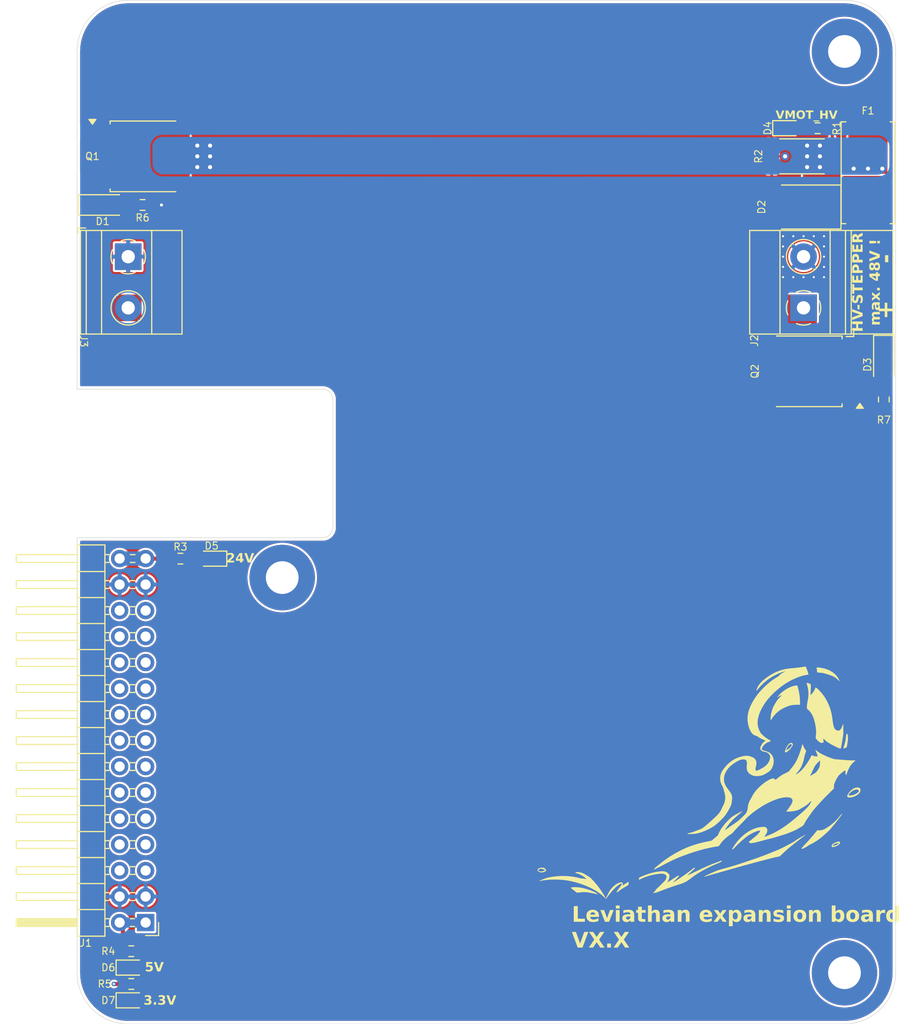
<source format=kicad_pcb>
(kicad_pcb (version 20240108) (generator "pcbnew") (generator_version "8.0")
  (layers (0 "F.Cu" signal) (1 "In1.Cu" signal) (2 "In2.Cu" signal) (31 "B.Cu" signal) (34 "B.Paste" user) (35 "F.Paste" user) (36 "B.SilkS" user "B.Silkscreen") (37 "F.SilkS" user "F.Silkscreen") (38 "B.Mask" user) (39 "F.Mask" user) (44 "Edge.Cuts" user))
  (net 0 "")
  (net 1 "GND")
  (net 2 "VMOT_1")
  (net 3 "+24V")
  (net 4 "+3V3")
  (net 5 "+5V")
  (net 6 "Net-(D3-A)")
  (net 7 "Net-(D7-A)")
  (net 8 "PG2")
  (net 9 "PC4")
  (net 10 "PD14")
  (net 11 "PF2")
  (net 12 "PB0")
  (net 13 "PC5")
  (net 14 "PD15")
  (net 15 "PG5")
  (net 16 "PG3")
  (net 17 "PB14")
  (net 18 "PB12")
  (net 19 "PF3")
  (net 20 "PF4")
  (net 21 "PB13")
  (net 22 "PG4")
  (net 23 "PB15")
  (net 24 "PE7")
  (net 25 "PB1")
  (net 26 "PF5")
  (net 27 "PE8")
  (net 28 "Net-(D1-A)")
  (net 29 "Net-(D1-K)")
  (net 30 "Net-(D3-K)")
  (net 31 "Net-(D4-A)")
  (net 32 "Net-(D5-A)")
  (net 33 "Net-(D6-A)")
  (net 34 "Net-(J2-Pin_1)")
  (footprint "MountingHole:MountingHole_3.2mm_M3_Pad_TopBottom" (layer "F.Cu") (at 125 65)
    (property "Reference" "H1" (hide yes))
    (property "Value" "MountingHole" (hide yes))
  )
  (footprint "MountingHole:MountingHole_3.2mm_M3_Pad_TopBottom" (layer "F.Cu") (at 125 155)
    (property "Reference" "H2" (hide yes))
    (property "Value" "MountingHole" (hide yes))
  )
  (footprint "TerminalBlock_Phoenix:TerminalBlock_Phoenix_MKDS-1,5-2_1x02_P5.00mm_Horizontal" (layer "F.Cu") (at 121 90.05 90)
    (property "Reference" "J2")
    (property "Value" "PWR_HV_DRV")
  )
  (footprint "Resistor_SMD:R_2512_6332Metric" (layer "F.Cu") (at 120.85 75.25)
    (property "Reference" "R2")
    (property "Value" "6k04/1W")
  )
  (footprint "Diode_SMD:D_SOD-123" (layer "F.Cu") (at 128.85 95.1 -90)
    (property "Reference" "D3")
    (property "Value" "15V")
  )
  (footprint "LED_SMD:LED_0603_1608Metric" (layer "F.Cu") (at 119.475 72.5)
    (property "Reference" "D4")
    (property "Value" "red")
  )
  (footprint "Package_TO_SOT_SMD:TO-252-2" (layer "F.Cu") (at 121.46 96.25 180)
    (property "Reference" "Q2")
    (property "Value" "SUD50P06-15-GE3")
  )
  (footprint "Resistor_SMD:R_0603_1608Metric" (layer "F.Cu") (at 122.375 72.5)
    (property "Reference" "R1")
    (property "Value" "15k")
  )
  (footprint "Resistor_SMD:R_0603_1608Metric" (layer "F.Cu") (at 128.85 99 -90)
    (property "Reference" "R7")
    (property "Value" "100k")
  )
  (footprint "Package_TO_SOT_SMD:TO-252-2" (layer "F.Cu") (at 56.54 75.25)
    (property "Reference" "Q1")
    (property "Value" "SUD50P06-15-GE3")
  )
  (footprint "Fuse:Fuseholder_Littelfuse_Nano2_154x" (layer "F.Cu") (at 127.3 76.85 -90)
    (property "Reference" "F1")
    (property "Value" "10A")
  )
  (footprint "Resistor_SMD:R_0603_1608Metric" (layer "F.Cu") (at 60.1 114.55 180)
    (property "Reference" "R3")
    (property "Value" "10k")
  )
  (footprint "LED_SMD:LED_0603_1608Metric" (layer "F.Cu") (at 55.3 154.5)
    (property "Reference" "D6")
    (property "Value" "red")
  )
  (footprint "TerminalBlock_Phoenix:TerminalBlock_Phoenix_MKDS-1,5-2_1x02_P5.00mm_Horizontal" (layer "F.Cu") (at 54.995 85.05 -90)
    (property "Reference" "J3")
    (property "Value" "PWR_HV_DRV")
  )
  (footprint "Resistor_SMD:R_0603_1608Metric" (layer "F.Cu") (at 55.3 152.9 180)
    (property "Reference" "R4")
    (property "Value" "1k5")
  )
  (footprint "Resistor_SMD:R_0603_1608Metric" (layer "F.Cu") (at 55.3 156.1 180)
    (property "Reference" "R5")
    (property "Value" "1k")
  )
  (footprint "MountingHole:MountingHole_3.2mm_M3_Pad_TopBottom" (layer "F.Cu") (at 70.05 116.4)
    (property "Reference" "H3" (hide yes))
    (property "Value" "MountingHole" (hide yes))
  )
  (footprint "Diode_SMD:D_SOD-123" (layer "F.Cu") (at 52.5 80)
    (property "Reference" "D1")
    (property "Value" "15V")
  )
  (footprint "Connector_PinHeader_2.54mm:PinHeader_2x15_P2.54mm_Horizontal" (layer "F.Cu") (at 56.7 150.1 180)
    (property "Reference" "J1")
    (property "Value" "Conn_02x15_Odd_Even")
  )
  (footprint "LED_SMD:LED_0603_1608Metric" (layer "F.Cu") (at 55.3 157.7)
    (property "Reference" "D7")
    (property "Value" "red")
  )
  (footprint "Diode_SMD:D_SMB" (layer "F.Cu") (at 121 80.2 180)
    (property "Reference" "D2")
    (property "Value" "SMBJ54A")
  )
  (footprint "Resistor_SMD:R_0603_1608Metric" (layer "F.Cu") (at 56.4 80)
    (property "Reference" "R6")
    (property "Value" "100k")
  )
  (footprint "LED_SMD:LED_0603_1608Metric" (layer "F.Cu") (at 63.15 114.55 180)
    (property "Reference" "D5")
    (property "Value" "red")
  )
  (gr_line (start 129.75 92.6) (end 125.66 92.6) (stroke (width 0.12)) (layer "F.SilkS"))
  (gr_line (start 125.66 82.49) (end 129.75 82.49) (stroke (width 0.12)) (layer "F.SilkS"))
  (gr_line (start 129.75 82.49) (end 129.75 92.6) (stroke (width 0.12)) (layer "F.SilkS"))
  (gr_poly (pts (xy 121.164337 141.554198) (xy 120.917392 141.749327) (xy 120.289317 142.239977) (xy 119.976093 142.486336) (xy 119.664756 142.735176) (xy 119.586818 142.799507) (xy 119.509959 142.865199) (xy 119.433965 142.931981) (xy 119.358624 142.999588) (xy 119.05952 143.272886) (xy 118.719421 143.591767) (xy 118.713839 143.596679) (xy 118.708057 143.601487) (xy 118.702091 143.606173) (xy 118.695954 143.610722) (xy 118.689661 143.61512) (xy 118.683225 143.619351) (xy 118.676661 143.623399) (xy 118.669982 143.62725) (xy 118.663203 143.630887) (xy 118.656339 143.634296) (xy 118.649402 143.637461) (xy 118.642408 143.640367) (xy 118.635371 143.642998) (xy 118.628303 143.64534) (xy 118.621221 143.647376) (xy 118.614137 143.649092) (xy 118.57262 143.657811) (xy 118.530977 143.665878) (xy 118.44743 143.680649) (xy 118.280099 143.708899) (xy 118.269663 143.710731) (xy 118.259232 143.71271) (xy 118.248815 143.714823) (xy 118.238416 143.717063) (xy 118.217702 143.721883) (xy 118.197143 143.727089) (xy 117.389578 143.937032) (xy 116.582632 144.149044) (xy 115.711573 144.381692) (xy 114.842168 144.620333) (xy 111.582555 145.544724) (xy 111.283521 145.630162) (xy 111.279387 145.61862) (xy 111.275253 145.607287) (xy 111.413884 145.533354) (xy 111.448622 145.515097) (xy 111.483535 145.497215) (xy 111.518693 145.479849) (xy 111.554168 145.463143) (xy 111.937676 145.29044) (xy 112.32201 145.119185) (xy 112.445689 145.066507) (xy 112.570816 145.01842) (xy 112.697182 144.974266) (xy 112.824582 144.93339) (xy 112.952808 144.895137) (xy 113.081655 144.858851) (xy 113.340383 144.789557) (xy 113.718268 144.686201) (xy 114.094148 144.576465) (xy 114.468342 144.461336) (xy 114.84117 144.341798) (xy 115.584007 144.093437) (xy 116.325216 143.839262) (xy 116.559927 143.757136) (xy 116.793684 143.67261) (xy 117.258871 143.497611) (xy 117.721837 143.316773) (xy 118.183639 143.132603) (xy 118.413876 143.036861) (xy 118.641535 142.935836) (xy 118.866882 142.830082) (xy 119.090181 142.720155) (xy 119.311698 142.606611) (xy 119.531697 142.490005) (xy 119.9682 142.24983) (xy 120.003254 142.229696) (xy 120.037957 142.208928) (xy 120.106486 142.165804) (xy 120.174137 142.121078) (xy 120.241258 142.075371) (xy 120.375306 141.983491) (xy 120.44293 141.938558) (xy 120.511421 141.895125) (xy 120.583119 141.851651) (xy 120.655311 141.808975) (xy 120.800776 141.725384) (xy 121.093229 141.560812) (xy 121.096887 141.558823) (xy 121.100621 141.556981) (xy 121.104423 141.55527) (xy 121.108285 141.553676) (xy 121.112198 141.552184) (xy 121.116155 141.550779) (xy 121.124168 141.548168) (xy 121.14036 141.543332) (xy 121.14841 141.540867) (xy 121.156345 141.538212)) (stroke (width -0.000001)) (fill solid) (layer "F.SilkS"))
  (gr_poly (pts (xy 98.707853 146.640296) (xy 98.860166 146.647545) (xy 99.011588 146.661053) (xy 99.162137 146.680579) (xy 99.311834 146.705879) (xy 99.460698 146.736712) (xy 99.608748 146.772836) (xy 99.756003 146.814007) (xy 99.871331 146.848942) (xy 99.98611 146.885385) (xy 100.100178 146.923734) (xy 100.213374 146.964385) (xy 100.325537 147.007737) (xy 100.436505 147.054187) (xy 100.546116 147.104131) (xy 100.654209 147.157967) (xy 100.683008 147.173517) (xy 100.71138 147.189869) (xy 100.739417 147.20684) (xy 100.767208 147.22425) (xy 100.822416 147.259665) (xy 100.850013 147.277308) (xy 100.877727 147.294667) (xy 100.873545 147.302979) (xy 100.869286 147.311342) (xy 100.864976 147.319705) (xy 100.860639 147.328016) (xy 100.526982 147.265383) (xy 100.360243 147.233292) (xy 100.193944 147.19903) (xy 100.102763 147.180614) (xy 100.011337 147.164713) (xy 99.919678 147.151442) (xy 99.827799 147.140913) (xy 99.735714 147.133239) (xy 99.643434 147.128533) (xy 99.550974 147.126908) (xy 99.458346 147.128477) (xy 99.393258 147.131587) (xy 99.328212 147.136353) (xy 99.263199 147.142443) (xy 99.198207 147.149526) (xy 98.938275 147.181118) (xy 98.925055 147.182409) (xy 98.912243 147.18316) (xy 98.8998 147.183345) (xy 98.887688 147.182935) (xy 98.875868 147.181902) (xy 98.864301 147.180216) (xy 98.852951 147.177851) (xy 98.841778 147.174778) (xy 98.830743 147.170969) (xy 98.819809 147.166395) (xy 98.808937 147.161028) (xy 98.798089 147.15484) (xy 98.787227 147.147802) (xy 98.776312 147.139887) (xy 98.765305 147.131066) (xy 98.754169 147.121311) (xy 98.699562 147.072638) (xy 98.643809 147.02524) (xy 98.587158 146.978844) (xy 98.529858 146.933174) (xy 98.29914 146.752272) (xy 98.292446 146.746907) (xy 98.285691 146.74129) (xy 98.27871 146.735324) (xy 98.271338 146.728913) (xy 98.254763 146.714366) (xy 98.234648 146.696873) (xy 98.2558 146.689662) (xy 98.276691 146.683004) (xy 98.297345 146.676885) (xy 98.317782 146.671289) (xy 98.338028 146.666202) (xy 98.358105 146.661609) (xy 98.378035 146.657495) (xy 98.397842 146.653844) (xy 98.437179 146.647875) (xy 98.4763 146.643583) (xy 98.515388 146.640846) (xy 98.554629 146.639548) (xy 98.631356 146.639094)) (stroke (width -0.000001)) (fill solid) (layer "F.SilkS"))
  (gr_poly (pts (xy 120.969725 132.824451) (xy 121.007943 132.908985) (xy 121.048657 132.992998) (xy 121.070313 133.034605) (xy 121.093027 133.075836) (xy 121.116946 133.116609) (xy 121.142213 133.156843) (xy 121.168974 133.196455) (xy 121.197373 133.235363) (xy 121.227556 133.273486) (xy 121.259668 133.310741) (xy 121.20155 133.489402) (xy 121.172814 133.579483) (xy 121.145292 133.670132) (xy 121.125964 133.738186) (xy 121.116746 133.772399) (xy 121.107877 133.806731) (xy 121.099396 133.841179) (xy 121.091341 133.87574) (xy 121.083751 133.910411) (xy 121.076665 133.945189) (xy 121.049936 134.073925) (xy 121.020235 134.201633) (xy 120.98702 134.32814) (xy 120.949748 134.453272) (xy 120.907878 134.576853) (xy 120.885048 134.638007) (xy 120.860865 134.698709) (xy 120.835261 134.758936) (xy 120.808168 134.818666) (xy 120.779519 134.877878) (xy 120.749244 134.936549) (xy 120.725828 134.979473) (xy 120.701582 135.021744) (xy 120.676522 135.063379) (xy 120.650667 135.104391) (xy 120.624031 135.144794) (xy 120.596632 135.184602) (xy 120.568486 135.22383) (xy 120.539609 135.262491) (xy 120.510019 135.3006) (xy 120.479732 135.338171) (xy 120.417132 135.411754) (xy 120.351942 135.483355) (xy 120.284294 135.553086) (xy 120.281372 135.556105) (xy 120.278503 135.559179) (xy 120.275696 135.562326) (xy 120.272959 135.565561) (xy 120.270299 135.568901) (xy 120.267724 135.572362) (xy 120.265243 135.575961) (xy 120.262864 135.579716) (xy 120.260595 135.583641) (xy 120.258444 135.587754) (xy 120.256418 135.592071) (xy 120.254527 135.596609) (xy 120.252778 135.601385) (xy 120.251179 135.606414) (xy 120.249738 135.611714) (xy 120.248464 135.617301) (xy 120.25649 135.614646) (xy 120.264609 135.612185) (xy 120.280882 135.60738) (xy 120.288914 135.604802) (xy 120.292877 135.603419) (xy 120.296794 135.601954) (xy 120.300658 135.600392) (xy 120.304461 135.598718) (xy 120.308195 135.596918) (xy 120.311853 135.594978) (xy 120.351365 135.57257) (xy 120.390226 135.54938) (xy 120.428449 135.525414) (xy 120.466047 135.500676) (xy 120.503035 135.475173) (xy 120.539427 135.44891) (xy 120.575235 135.421893) (xy 120.610475 135.394128) (xy 120.645158 135.365619) (xy 120.6793 135.336374) (xy 120.712914 135.306397) (xy 120.746014 135.275694) (xy 120.778612 135.24427) (xy 120.810724 135.212133) (xy 120.842363 135.179286) (xy 120.873542 135.145736) (xy 120.932732 135.079347) (xy 120.990361 135.011888) (xy 121.046511 134.943413) (xy 121.101263 134.873974) (xy 121.154697 134.803626) (xy 121.206894 134.732423) (xy 121.3079 134.587665) (xy 121.404927 134.440129) (xy 121.49862 134.290246) (xy 121.589627 134.138444) (xy 121.678592 133.985152) (xy 121.686388 133.971255) (xy 121.693877 133.95717) (xy 121.708061 133.928515) (xy 121.721386 133.899344) (xy 121.734094 133.869811) (xy 121.758627 133.810279) (xy 121.770937 133.780591) (xy 121.783599 133.751161) (xy 121.880309 133.787711) (xy 121.923464 133.803054) (xy 121.963719 133.816549) (xy 122.001495 133.828273) (xy 122.037219 133.838307) (xy 122.071313 133.846728) (xy 122.104201 133.853618) (xy 122.136308 133.859054) (xy 122.168057 133.863116) (xy 122.199873 133.865882) (xy 122.232178 133.867433) (xy 122.265397 133.867846) (xy 122.299955 133.867202) (xy 122.336274 133.86558) (xy 122.374778 133.863057) (xy 122.366594 133.8221) (xy 122.357195 133.781551) (xy 122.346677 133.74133) (xy 122.335138 133.701362) (xy 122.30938 133.62187) (xy 122.280693 133.542457) (xy 122.152088 133.213175) (xy 122.170768 133.225922) (xy 122.187843 133.237278) (xy 122.217785 133.256962) (xy 122.230955 133.265866) (xy 122.243128 133.274527) (xy 122.254453 133.283234) (xy 122.259846 133.287694) (xy 122.265085 133.292274) (xy 122.30901 133.331069) (xy 122.353926 133.368155) (xy 122.399772 133.403643) (xy 122.446487 133.437644) (xy 122.49401 133.470272) (xy 122.542279 133.501637) (xy 122.591232 133.531851) (xy 122.640809 133.561026) (xy 122.741587 133.616708) (xy 122.844121 133.669577) (xy 122.947922 133.720527) (xy 123.052497 133.770454) (xy 123.164644 133.822293) (xy 123.277617 133.871649) (xy 123.391392 133.918647) (xy 123.505941 133.963413) (xy 123.62124 134.006073) (xy 123.737262 134.046754) (xy 123.853982 134.085581) (xy 123.971374 134.12268) (xy 123.9859 134.127172) (xy 123.993209 134.12941) (xy 124.000554 134.131535) (xy 124.007938 134.133466) (xy 124.011646 134.134333) (xy 124.015364 134.135122) (xy 124.019094 134.135822) (xy 124.022835 134.136423) (xy 124.026589 134.136915) (xy 124.030355 134.137287) (xy 124.601312 134.184554) (xy 125.172474 134.229342) (xy 125.303245 134.237738) (xy 125.434197 134.244016) (xy 125.696128 134.253318) (xy 125.787156 134.255558) (xy 125.88113 134.256557) (xy 126.089696 134.257728) (xy 126.003225 134.333388) (xy 125.91965 134.408826) (xy 125.839493 134.484928) (xy 125.800858 134.523507) (xy 125.763273 134.562585) (xy 125.726802 134.602273) (xy 125.69151 134.642683) (xy 125.657462 134.683925) (xy 125.624724 134.72611) (xy 125.59336 134.769351) (xy 125.563435 134.813756) (xy 125.535014 134.859439) (xy 125.508163 134.906509) (xy 125.458727 135.0001) (xy 125.411881 135.094964) (xy 125.36758 135.191288) (xy 125.325779 135.289259) (xy 125.286433 135.389065) (xy 125.249496 135.490892) (xy 125.214924 135.594929) (xy 125.18267 135.701362) (xy 125.169344 135.688136) (xy 125.157425 135.674718) (xy 125.146839 135.661119) (xy 125.137509 135.64735) (xy 125.12936 135.633422) (xy 125.122315 135.619346) (xy 125.116299 135.605133) (xy 125.111236 135.590796) (xy 125.10705 135.576344) (xy 125.103664 135.561789) (xy 125.101004 135.547142) (xy 125.098993 135.532414) (xy 125.096615 135.50276) (xy 125.095923 135.472917) (xy 125.097869 135.353437) (xy 125.096498 135.323986) (xy 125.093171 135.294881) (xy 125.090583 135.280486) (xy 125.087278 135.266211) (xy 125.083181 135.252067) (xy 125.078214 135.238065) (xy 125.059047 135.247567) (xy 125.039703 135.256613) (xy 125.001217 135.274411) (xy 124.982444 135.283699) (xy 124.973256 135.288558) (xy 124.96423 135.293604) (xy 124.95539 135.298872) (xy 124.946759 135.304395) (xy 124.93836 135.310205) (xy 124.930215 135.316338) (xy 124.777206 135.434591) (xy 124.701096 135.494331) (xy 124.626598 135.555841) (xy 124.59027 135.587579) (xy 124.554723 135.620142) (xy 124.520085 135.653657) (xy 124.486482 135.688253) (xy 124.45404 135.724057) (xy 124.422885 135.761197) (xy 124.393145 135.799799) (xy 124.364944 135.839993) (xy 124.309134 135.92639) (xy 124.25607 136.014405) (xy 124.205834 136.104003) (xy 124.158513 136.195148) (xy 124.114188 136.287804) (xy 124.072945 136.381937) (xy 124.034867 136.477509) (xy 124.000038 136.574487) (xy 123.994475 136.592129) (xy 123.989645 136.610099) (xy 123.985502 136.628362) (xy 123.982003 136.646886) (xy 123.979105 136.665636) (xy 123.976765 136.684577) (xy 123.974937 136.703677) (xy 123.97358 136.722902) (xy 123.972101 136.761588) (xy 123.971978 136.800365) (xy 123.972863 136.83896) (xy 123.974407 136.877104) (xy 123.974821 136.891251) (xy 123.9748 136.904974) (xy 123.974312 136.918295) (xy 123.973321 136.931236) (xy 123.971794 136.943818) (xy 123.969697 136.956063) (xy 123.966996 136.967994) (xy 123.963657 136.979631) (xy 123.959647 136.990997) (xy 123.95493 137.002114) (xy 123.949475 137.013002) (xy 123.943245 137.023685) (xy 123.936208 137.034184) (xy 123.92833 137.044521) (xy 123.919576 137.054717) (xy 123.909914 137.064794) (xy 123.473868 137.495844) (xy 123.256891 137.712506) (xy 123.04175 137.931029) (xy 122.876122 138.103559) (xy 122.712639 138.278157) (xy 122.550965 138.454409) (xy 122.390764 138.631901) (xy 122.263972 138.773907) (xy 122.138755 138.917361) (xy 122.077166 138.989921) (xy 122.016485 139.063192) (xy 121.956882 139.137289) (xy 121.898529 139.21233) (xy 121.82473 139.310318) (xy 121.751891 139.409088) (xy 121.608691 139.608585) (xy 121.468127 139.810046) (xy 121.329397 140.012695) (xy 121.295589 140.063634) (xy 121.262748 140.115316) (xy 121.230804 140.167657) (xy 121.19969 140.220572) (xy 121.169338 140.273979) (xy 121.139681 140.327792) (xy 121.11065 140.381929) (xy 121.082178 140.436304) (xy 121.067856 140.462853) (xy 121.052792 140.488459) (xy 121.036979 140.513141) (xy 121.020412 140.536918) (xy 121.003084 140.559811) (xy 120.984989 140.581838) (xy 120.966122 140.603019) (xy 120.946475 140.623373) (xy 120.926044 140.64292) (xy 120.904822 140.661678) (xy 120.882804 140.679668) (xy 120.859982 140.696909) (xy 120.836351 140.713419) (xy 120.811905 140.729219) (xy 120.786638 140.744328) (xy 120.760543 140.758765) (xy 120.704332 140.789439) (xy 120.64866 140.821113) (xy 120.5383 140.886303) (xy 120.428199 140.95201) (xy 120.37285 140.98433) (xy 120.317091 141.015907) (xy 120.284991 141.033391) (xy 120.252585 141.050307) (xy 120.219901 141.06668) (xy 120.186969 141.082536) (xy 120.153817 141.097901) (xy 120.120474 141.112801) (xy 120.086971 141.127262) (xy 120.053335 141.14131) (xy 119.692219 141.289724) (xy 119.510808 141.361839) (xy 119.419686 141.396763) (xy 119.328209 141.430699) (xy 119.258293 141.455473) (xy 119.187929 141.478929) (xy 119.117209 141.501352) (xy 119.046228 141.523026) (xy 118.761558 141.607914) (xy 118.389971 141.723048) (xy 118.203841 141.779763) (xy 118.017143 141.834463) (xy 117.951242 141.852582) (xy 117.885053 141.869706) (xy 117.752112 141.902055) (xy 117.618912 141.933681) (xy 117.486047 141.966755) (xy 116.891147 142.124092) (xy 116.593543 142.202438) (xy 116.295421 142.278742) (xy 116.246741 142.290138) (xy 116.197692 142.300093) (xy 116.148347 142.308847) (xy 116.098775 142.316638) (xy 115.999238 142.330289) (xy 115.899648 142.342959) (xy 115.882056 142.344844) (xy 115.86518 142.345837) (xy 115.848923 142.345916) (xy 115.833188 142.34506) (xy 115.817878 142.343248) (xy 115.802895 142.340459) (xy 115.788143 142.336672) (xy 115.773523 142.331866) (xy 115.758939 142.326019) (xy 115.744293 142.319112) (xy 115.729488 142.311123) (xy 115.714426 142.302031) (xy 115.699011 142.291815) (xy 115.683145 142.280454) (xy 115.666731 142.267927) (xy 115.649671 142.254214) (xy 115.653751 142.248189) (xy 115.657741 142.242022) (xy 115.665549 142.229392) (xy 115.673299 142.216581) (xy 115.681194 142.203847) (xy 115.68526 142.19759) (xy 115.689438 142.191449) (xy 115.693755 142.185457) (xy 115.698234 142.179645) (xy 115.702903 142.174047) (xy 115.707786 142.168694) (xy 115.712909 142.163619) (xy 115.718298 142.158854) (xy 115.897899 142.011395) (xy 116.078379 141.864918) (xy 116.258033 141.717407) (xy 116.347017 141.642635) (xy 116.435155 141.566849) (xy 116.454368 141.549638) (xy 116.473169 141.531934) (xy 116.491591 141.513779) (xy 116.509667 141.495216) (xy 116.527433 141.476288) (xy 116.54492 141.457038) (xy 116.579193 141.417744) (xy 116.612756 141.377674) (xy 116.645877 141.337171) (xy 116.711864 141.256237) (xy 116.716692 141.250085) (xy 116.721178 141.243631) (xy 116.725357 141.236898) (xy 116.72927 141.229908) (xy 116.732954 141.222682) (xy 116.736446 141.215242) (xy 116.739784 141.207609) (xy 116.743007 141.199807) (xy 116.749259 141.183777) (xy 116.755504 141.167328) (xy 116.762046 141.150633) (xy 116.765524 141.142248) (xy 116.769189 141.133867) (xy 116.74748 141.129086) (xy 116.726159 141.125545) (xy 116.705211 141.123176) (xy 116.684618 141.121909) (xy 116.664362 141.121674) (xy 116.644426 141.122401) (xy 116.624793 141.12402) (xy 116.605446 141.126461) (xy 116.586366 141.129655) (xy 116.567537 141.133532) (xy 116.548942 141.138021) (xy 116.530563 141.143054) (xy 116.512382 141.14856) (xy 116.494383 141.154469) (xy 116.458858 141.167217) (xy 116.31912 141.222112) (xy 116.181372 141.28097) (xy 116.04582 141.34411) (xy 115.912671 141.411853) (xy 115.782132 141.484518) (xy 115.717905 141.522797) (xy 115.654409 141.562425) (xy 115.591668 141.603444) (xy 115.529709 141.645893) (xy 115.468557 141.689813) (xy 115.408239 141.735243) (xy 115.268611 141.84553) (xy 115.131576 141.958814) (xy 114.99699 142.074914) (xy 114.864706 142.193649) (xy 114.73458 142.314839) (xy 114.606466 142.438303) (xy 114.480219 142.563859) (xy 114.355693 142.691328) (xy 114.319647 142.728341) (xy 114.283277 142.765019) (xy 114.209828 142.837676) (xy 114.061895 142.982371) (xy 114.05642 142.978191) (xy 114.051455 142.974026) (xy 114.046983 142.969874) (xy 114.042985 142.965738) (xy 114.039444 142.961616) (xy 114.036341 142.957512) (xy 114.033659 142.953424) (xy 114.031381 142.949353) (xy 114.029487 142.945301) (xy 114.027961 142.941267) (xy 114.026784 142.937253) (xy 114.025938 142.93326) (xy 114.025407 142.929287) (xy 114.025171 142.925335) (xy 114.025213 142.921406) (xy 114.025515 142.917499) (xy 114.02606 142.913616) (xy 114.026829 142.909756) (xy 114.027804 142.905922) (xy 114.028968 142.902113) (xy 114.03179 142.894573) (xy 114.035153 142.887144) (xy 114.038913 142.879828) (xy 114.042927 142.872633) (xy 114.051147 142.858624) (xy 114.092246 142.790129) (xy 114.134173 142.722023) (xy 114.17703 142.654486) (xy 114.22092 142.587698) (xy 114.273287 142.511126) (xy 114.326836 142.435625) (xy 114.381579 142.361212) (xy 114.437531 142.287906) (xy 114.494704 142.215723) (xy 114.55311 142.144683) (xy 114.612763 142.074801) (xy 114.673676 142.006097) (xy 114.735861 141.938588) (xy 114.799332 141.872292) (xy 114.864101 141.807227) (xy 114.930181 141.743409) (xy 114.997585 141.680858) (xy 115.066326 141.619591) (xy 115.136418 141.559625) (xy 115.207872 141.500979) (xy 115.278248 141.445601) (xy 115.349552 141.391851) (xy 115.421798 141.33979) (xy 115.495004 141.289475) (xy 115.569185 141.240965) (xy 115.644358 141.19432) (xy 115.720538 141.149598) (xy 115.797742 141.106858) (xy 115.875986 141.06616) (xy 115.955286 141.027562) (xy 116.035659 140.991123) (xy 116.11712 140.956902) (xy 116.199685 140.924958) (xy 116.283371 140.89535) (xy 116.368194 140.868137) (xy 116.45417 140.843377) (xy 116.527668 140.825048) (xy 116.601922 140.809452) (xy 116.676784 140.796142) (xy 116.752103 140.784673) (xy 116.827733 140.774599) (xy 116.903525 140.765475) (xy 117.054998 140.748292) (xy 117.068121 140.747044) (xy 117.081424 140.746287) (xy 117.094873 140.746011) (xy 117.108435 140.746204) (xy 117.122076 140.746854) (xy 117.135763 140.747949) (xy 117.149461 140.749477) (xy 117.163139 140.751428) (xy 117.176761 140.753788) (xy 117.190295 140.756547) (xy 117.203707 140.759693) (xy 117.216963 140.763214) (xy 117.230031 140.767098) (xy 117.242876 140.771334) (xy 117.255465 140.77591) (xy 117.267765 140.780814) (xy 117.279544 140.785978) (xy 117.290954 140.79144) (xy 117.301994 140.7972) (xy 117.312664 140.803255) (xy 117.322963 140.809603) (xy 117.332891 140.81624) (xy 117.342446 140.823166) (xy 117.351628 140.830376) (xy 117.360435 140.83787) (xy 117.368869 140.845644) (xy 117.376927 140.853697) (xy 117.384609 140.862025) (xy 117.391915 140.870627) (xy 117.398843 140.8795) (xy 117.405393 140.888642) (xy 117.411564 140.898051) (xy 117.417356 140.907723) (xy 117.422767 140.917657) (xy 117.427798 140.92785) (xy 117.432447 140.938301) (xy 117.436713 140.949006) (xy 117.440597 140.959963) (xy 117.444097 140.971169) (xy 117.447212 140.982624) (xy 117.449943 140.994323) (xy 117.452287 141.006265) (xy 117.454245 141.018447) (xy 117.455816 141.030867) (xy 117.456998 141.043523) (xy 117.457792 141.056412) (xy 117.458197 141.069532) (xy 117.458212 141.08288) (xy 117.457581 141.106538) (xy 117.456202 141.129968) (xy 117.454071 141.153169) (xy 117.451183 141.176139) (xy 117.447532 141.198877) (xy 117.443115 141.22138) (xy 117.437925 141.243647) (xy 117.431959 141.265677) (xy 117.425211 141.287469) (xy 117.417677 141.309019) (xy 117.409351 141.330327) (xy 117.400229 141.351392) (xy 117.390306 141.372211) (xy 117.379578 141.392782) (xy 117.368039 141.413105) (xy 117.355684 141.433178) (xy 117.261598 141.578492) (xy 117.156969 141.739102) (xy 117.252227 141.702861) (xy 117.292815 141.687168) (xy 117.331155 141.67158) (xy 117.52365 141.593969) (xy 117.716662 141.517445) (xy 117.812586 141.478056) (xy 117.90771 141.437097) (xy 118.001722 141.393954) (xy 118.094314 141.348015) (xy 118.273974 141.252424) (xy 118.451613 141.153174) (xy 118.627198 141.050325) (xy 118.800696 140.94394) (xy 118.972076 140.834079) (xy 119.141305 140.720805) (xy 119.30835 140.604178) (xy 119.47318 140.484261) (xy 119.59658 140.391049) (xy 119.718668 140.296003) (xy 119.839659 140.199432) (xy 119.959765 140.101648) (xy 120.198173 139.903675) (xy 120.4356 139.704566) (xy 120.616197 139.552289) (xy 120.795166 139.397918) (xy 120.883725 139.319681) (xy 120.971499 139.240602) (xy 121.058363 139.160572) (xy 121.144189 139.079487) (xy 121.221401 139.004948) (xy 121.29747 138.929143) (xy 121.371588 138.851478) (xy 121.407663 138.811762) (xy 121.442948 138.771358) (xy 121.477341 138.730191) (xy 121.510742 138.688189) (xy 121.543049 138.645275) (xy 121.574163 138.601377) (xy 121.603981 138.556419) (xy 121.632403 138.510327) (xy 121.659329 138.463028) (xy 121.684656 138.414446) (xy 121.696453 138.389998) (xy 121.707617 138.365211) (xy 121.718084 138.340056) (xy 121.727789 138.314503) (xy 121.736666 138.288525) (xy 121.744652 138.262091) (xy 121.748291 138.248694) (xy 121.751683 138.235172) (xy 121.754819 138.221522) (xy 121.757692 138.20774) (xy 121.628329 138.328353) (xy 121.563867 138.388854) (xy 121.5 138.45) (xy 121.471055 138.477478) (xy 121.441597 138.504225) (xy 121.411648 138.530276) (xy 121.38123 138.55566) (xy 121.350367 138.580412) (xy 121.31908 138.604563) (xy 121.255329 138.651193) (xy 121.190156 138.695807) (xy 121.123743 138.738664) (xy 121.05627 138.780022) (xy 120.987918 138.82014) (xy 120.949717 138.84239) (xy 120.911744 138.865017) (xy 120.836163 138.91085) (xy 120.76053 138.956527) (xy 120.722493 138.978961) (xy 120.6842 139.000939) (xy 120.635858 139.027052) (xy 120.586967 139.051286) (xy 120.537554 139.073719) (xy 120.487644 139.09443) (xy 120.437265 139.113497) (xy 120.386442 139.130999) (xy 120.335202 139.147013) (xy 120.28357 139.161618) (xy 120.231573 139.174893) (xy 120.179238 139.186915) (xy 120.12659 139.197763) (xy 120.073656 139.207515) (xy 119.967034 139.224046) (xy 119.859583 139.237134) (xy 119.794848 139.243419) (xy 119.729641 139.248603) (xy 119.596651 139.256738) (xy 119.312223 139.271587) (xy 119.372512 139.176329) (xy 119.3978 139.137059) (xy 119.410089 139.118644) (xy 119.422468 139.100709) (xy 119.439204 139.077183) (xy 119.456263 139.05389) (xy 119.490887 139.007691) (xy 119.525407 138.961492) (xy 119.542338 138.938199) (xy 119.558895 138.914674) (xy 119.612164 138.837633) (xy 119.665071 138.760333) (xy 119.691083 138.721409) (xy 119.716635 138.682207) (xy 119.741607 138.642656) (xy 119.765874 138.602685) (xy 119.785268 138.569741) (xy 119.804287 138.536432) (xy 119.82279 138.502755) (xy 119.840633 138.468706) (xy 119.857676 138.434282) (xy 119.873775 138.399481) (xy 119.888789 138.364298) (xy 119.902576 138.328732) (xy 119.909377 138.308359) (xy 119.914914 138.288183) (xy 119.919215 138.268226) (xy 119.922307 138.248511) (xy 119.924217 138.22906) (xy 119.924971 138.209896) (xy 119.924597 138.191041) (xy 119.923121 138.172518) (xy 119.920572 138.154349) (xy 119.916975 138.136556) (xy 119.912358 138.119162) (xy 119.906747 138.10219) (xy 119.90017 138.085662) (xy 119.892654 138.0696) (xy 119.884225 138.054026) (xy 119.874912 138.038964) (xy 119.86474 138.024436) (xy 119.853736 138.010464) (xy 119.841928 137.997071) (xy 119.829343 137.984278) (xy 119.816008 137.97211) (xy 119.801949 137.960587) (xy 119.787194 137.949732) (xy 119.77177 137.939569) (xy 119.755703 137.930119) (xy 119.739021 137.921405) (xy 119.721751 137.913449) (xy 119.703919 137.906274) (xy 119.685553 137.899902) (xy 119.66668 137.894356) (xy 119.647326 137.889658) (xy 119.627519 137.88583) (xy 119.584073 137.879082) (xy 119.540653 137.873588) (xy 119.497262 137.869304) (xy 119.4539 137.866184) (xy 119.410568 137.864186) (xy 119.367269 137.863263) (xy 119.324002 137.863373) (xy 119.28077 137.86447) (xy 119.194414 137.86945) (xy 119.108209 137.877846) (xy 119.022166 137.889304) (xy 118.936294 137.903469) (xy 118.880988 137.913694) (xy 118.825707 137.9246) (xy 118.77053 137.936301) (xy 118.715533 137.948909) (xy 118.660795 137.962539) (xy 118.606392 137.977301) (xy 118.552403 137.993311) (xy 118.498905 138.01068) (xy 118.272497 138.091526) (xy 118.049268 138.179073) (xy 117.829217 138.273383) (xy 117.612344 138.374517) (xy 117.398648 138.482538) (xy 117.188131 138.597506) (xy 116.980792 138.719482) (xy 116.77663 138.848528) (xy 116.61548 138.955705) (xy 116.456254 139.065315) (xy 116.299122 139.177592) (xy 116.14425 139.292773) (xy 115.991807 139.411094) (xy 115.84196 139.532789) (xy 115.694879 139.658095) (xy 115.550729 139.787248) (xy 115.495047 139.839953) (xy 115.440654 139.894072) (xy 115.387236 139.949263) (xy 115.33448 140.005185) (xy 115.229701 140.117848) (xy 115.177053 140.173905) (xy 115.123813 140.229323) (xy 114.770035 140.588268) (xy 114.593263 140.767857) (xy 114.417705 140.94866) (xy 114.375726 140.993395) (xy 114.334575 141.03896) (xy 114.253718 141.13156) (xy 114.173069 141.224419) (xy 114.132176 141.270307) (xy 114.090559 141.315495) (xy 114.081158 141.325348) (xy 114.071566 141.335064) (xy 114.061792 141.344639) (xy 114.051844 141.354071) (xy 114.031463 141.372496) (xy 114.010494 141.390321) (xy 113.989009 141.407526) (xy 113.967077 141.424092) (xy 113.944772 141.439999) (xy 113.922163 141.455227) (xy 113.795822 141.540276) (xy 113.672268 141.628618) (xy 113.551782 141.720579) (xy 113.492778 141.768016) (xy 113.434646 141.816479) (xy 113.377422 141.866008) (xy 113.32114 141.916644) (xy 113.265837 141.968425) (xy 113.211546 142.021394) (xy 113.158303 142.07559) (xy 113.106143 142.131054) (xy 113.055102 142.187826) (xy 113.005214 142.245947) (xy 112.975918 142.281469) (xy 112.947164 142.317531) (xy 112.918979 142.354103) (xy 112.891388 142.391156) (xy 112.864417 142.428662) (xy 112.838093 142.466591) (xy 112.81244 142.504914) (xy 112.787485 142.543602) (xy 112.77969 142.555468) (xy 112.771689 142.566582) (xy 112.763455 142.576961) (xy 112.754962 142.586623) (xy 112.746186 142.595583) (xy 112.7371 142.60386) (xy 112.727677 142.611469) (xy 112.717893 142.618429) (xy 112.707722 142.624756) (xy 112.697137 142.630466) (xy 112.686112 142.635578) (xy 112.674623 142.640107) (xy 112.662642 142.644071) (xy 112.650145 142.647487) (xy 112.637105 142.650372) (xy 112.623497 142.652743) (xy 112.4309 142.683697) (xy 112.238822 142.717239) (xy 112.047268 142.753372) (xy 111.85624 142.792097) (xy 111.665742 142.83342) (xy 111.475776 142.877342) (xy 111.286347 142.923868) (xy 111.097457 142.973) (xy 110.850524 143.041072) (xy 110.60474 143.112849) (xy 110.360041 143.188107) (xy 110.116362 143.266625) (xy 109.87364 143.348179) (xy 109.631809 143.432546) (xy 109.150564 143.608828) (xy 108.875769 143.71656) (xy 108.604094 143.830932) (xy 108.335196 143.951248) (xy 108.068734 144.076808) (xy 107.804365 144.206917) (xy 107.541746 144.340875) (xy 107.02039 144.617552) (xy 106.943526 144.657969) (xy 106.865813 144.696771) (xy 106.787435 144.734307) (xy 106.708575 144.770926) (xy 106.392006 144.915207) (xy 106.391453 144.915444) (xy 106.390878 144.915639) (xy 106.39028 144.915793) (xy 106.389655 144.915908) (xy 106.389001 144.915986) (xy 106.388317 144.916027) (xy 106.387599 144.916034) (xy 106.386846 144.916008) (xy 106.385223 144.915863) (xy 106.38343 144.915604) (xy 106.381447 144.915244) (xy 106.379258 144.914793) (xy 106.368053 144.912339) (xy 106.364547 144.911623) (xy 106.360722 144.910889) (xy 106.35656 144.910151) (xy 106.352042 144.90942) (xy 106.372377 144.885748) (xy 106.391836 144.862205) (xy 106.429383 144.816333) (xy 106.448097 144.794418) (xy 106.457576 144.783806) (xy 106.467189 144.773459) (xy 106.476974 144.763402) (xy 106.486972 144.753662) (xy 106.497221 144.744265) (xy 106.50776 144.735235) (xy 106.689648 144.584564) (xy 106.872286 144.434823) (xy 107.056216 144.286735) (xy 107.241979 144.141026) (xy 107.463214 143.975261) (xy 107.688584 143.816346) (xy 107.917907 143.663976) (xy 108.151002 143.517842) (xy 108.387689 143.377638) (xy 108.627787 143.243057) (xy 108.871114 143.113792) (xy 109.11749 142.989537) (xy 109.284703 142.909678) (xy 109.453107 142.833834) (xy 109.622666 142.761878) (xy 109.793345 142.693684) (xy 110.137918 142.568074) (xy 110.486538 142.455993) (xy 110.838917 142.356432) (xy 111.194768 142.268377) (xy 111.553804 142.19082) (xy 111.915737 142.122748) (xy 111.924359 142.121133) (xy 111.933051 142.119283) (xy 111.941784 142.117199) (xy 111.950533 142.114876) (xy 111.959268 142.112315) (xy 111.967963 142.109513) (xy 111.97659 142.106469) (xy 111.985122 142.10318) (xy 111.993531 142.099647) (xy 112.001789 142.095866) (xy 112.009871 142.091837) (xy 112.017747 142.087557) (xy 112.02539 142.083025) (xy 112.032774 142.07824) (xy 112.03987 142.073199) (xy 112.046651 142.067902) (xy 112.186221 141.952827) (xy 112.324808 141.836461) (xy 112.600069 141.601299) (xy 112.604397 141.597356) (xy 112.608594 141.593183) (xy 112.61266 141.588801) (xy 112.616593 141.584225) (xy 112.620392 141.579472) (xy 112.624056 141.574561) (xy 112.627583 141.569509) (xy 112.630973 141.564333) (xy 112.634224 141.559051) (xy 112.637335 141.553679) (xy 112.640304 141.548235) (xy 112.643131 141.542737) (xy 112.645815 141.537201) (xy 112.648353 141.531646) (xy 112.650745 141.526089) (xy 112.65299 141.520546) (xy 112.690904 141.428779) (xy 112.731504 141.338843) (xy 112.774677 141.250666) (xy 112.820312 141.164172) (xy 112.868296 141.079288) (xy 112.918519 140.995941) (xy 112.970867 140.914055) (xy 113.02523 140.833559) (xy 113.081495 140.754376) (xy 113.139551 140.676435) (xy 113.199285 140.59966) (xy 113.260586 140.523978) (xy 113.387442 140.375597) (xy 113.519224 140.230701) (xy 113.567702 140.179354) (xy 113.61684 140.128541) (xy 113.666675 140.07838) (xy 113.717247 140.02899) (xy 113.768594 139.980493) (xy 113.820755 139.933006) (xy 113.873768 139.886649) (xy 113.927673 139.841542) (xy 113.976665 139.802643) (xy 114.02681 139.765057) (xy 114.077969 139.728705) (xy 114.130004 139.693507) (xy 114.182774 139.65938) (xy 114.236143 139.626245) (xy 114.289969 139.594021) (xy 114.344116 139.562627) (xy 114.425163 139.517011) (xy 114.506782 139.472413) (xy 114.67123 139.385377) (xy 115.001443 139.213708) (xy 115.009573 139.223458) (xy 115.013612 139.228242) (xy 115.017702 139.233) (xy 115.012935 139.239083) (xy 115.008297 139.245286) (xy 114.999098 139.257702) (xy 114.994383 139.26374) (xy 114.991962 139.266678) (xy 114.989486 139.269548) (xy 114.986946 139.272339) (xy 114.984332 139.27504) (xy 114.981633 139.27764) (xy 114.978841 139.280129) (xy 114.642222 139.566038) (xy 114.474184 139.709367) (xy 114.307462 139.854221) (xy 114.2363 139.918246) (xy 114.166748 139.983678) (xy 114.098746 140.050467) (xy 114.032237 140.118559) (xy 113.967164 140.187902) (xy 113.903469 140.258445) (xy 113.841095 140.330136) (xy 113.779982 140.402922) (xy 113.720075 140.476751) (xy 113.661314 140.551571) (xy 113.547003 140.703976) (xy 113.436586 140.859721) (xy 113.329603 141.018389) (xy 113.328926 141.019567) (xy 113.328333 141.020836) (xy 113.327809 141.02221) (xy 113.327343 141.023703) (xy 113.326921 141.025328) (xy 113.326528 141.027099) (xy 113.326153 141.02903) (xy 113.325781 141.031135) (xy 113.324063 141.041565) (xy 113.322879 141.048179) (xy 113.322159 141.051883) (xy 113.321336 141.055871) (xy 113.330911 141.052215) (xy 113.340001 141.048994) (xy 113.356752 141.043228) (xy 113.364427 141.040365) (xy 113.368093 141.03887) (xy 113.371644 141.037306) (xy 113.375082 141.035653) (xy 113.378408 141.033892) (xy 113.381623 141.032002) (xy 113.384727 141.029964) (xy 113.794279 140.738371) (xy 113.996717 140.600003) (xy 114.200008 140.462797) (xy 114.300948 140.393314) (xy 114.400871 140.322543) (xy 114.499366 140.249956) (xy 114.596023 140.175028) (xy 114.681039 140.105112) (xy 114.764295 140.032883) (xy 114.846071 139.958743) (xy 114.92665 139.883091) (xy 115.006311 139.806327) (xy 115.085335 139.728854) (xy 115.242599 139.573377) (xy 115.277246 139.537621) (xy 115.309597 139.500841) (xy 115.339699 139.463043) (xy 115.3676 139.42423) (xy 115.393349 139.384405) (xy 115.416992 139.343574) (xy 115.43858 139.30174) (xy 115.458159 139.258908) (xy 115.475777 139.21508) (xy 115.491483 139.170262) (xy 115.505324 139.124457) (xy 115.51735 139.07767) (xy 115.527606 139.029904) (xy 115.536143 138.981163) (xy 115.543008 138.931452) (xy 115.548248 138.880774) (xy 115.557627 138.792846) (xy 115.563673 138.749021) (xy 115.570675 138.705328) (xy 115.578672 138.661795) (xy 115.587702 138.61845) (xy 115.597805 138.575322) (xy 115.609019 138.53244) (xy 115.621382 138.489833) (xy 115.634935 138.447529) (xy 115.649714 138.405556) (xy 115.66576 138.363945) (xy 115.683111 138.322722) (xy 115.701805 138.281918) (xy 115.721881 138.241559) (xy 115.743379 138.201677) (xy 115.784094 138.127879) (xy 115.823995 138.053593) (xy 115.902749 137.904399) (xy 115.982433 137.755773) (xy 116.023497 137.682198) (xy 116.065839 137.609394) (xy 116.106754 137.542759) (xy 116.149165 137.4774) (xy 116.193032 137.413289) (xy 116.238314 137.350396) (xy 116.284971 137.288694) (xy 116.33296 137.228153) (xy 116.382243 137.168745) (xy 116.432777 137.110441) (xy 116.484523 137.053213) (xy 116.537439 136.997031) (xy 116.591485 136.941868) (xy 116.646619 136.887694) (xy 116.702802 136.834481) (xy 116.759991 136.7822) (xy 116.877229 136.68032) (xy 116.97672 136.598115) (xy 117.077738 136.518155) (xy 117.18052 136.440824) (xy 117.285301 136.366507) (xy 117.392317 136.295587) (xy 117.446737 136.261521) (xy 117.501804 136.228449) (xy 117.557548 136.196419) (xy 117.613998 136.165478) (xy 117.671183 136.135674) (xy 117.729133 136.107057) (xy 117.74082 136.101601) (xy 117.752618 136.096381) (xy 117.776503 136.086558) (xy 117.800698 136.077407) (xy 117.825113 136.068747) (xy 117.874241 136.052176) (xy 117.898772 136.043904) (xy 117.923162 136.035399) (xy 117.943175 136.028924) (xy 117.962809 136.024047) (xy 117.982072 136.020734) (xy 118.000973 136.018949) (xy 118.019521 136.018655) (xy 118.037723 136.019819) (xy 118.055589 136.022403) (xy 118.073126 136.026373) (xy 118.090344 136.031693) (xy 118.10725 136.038328) (xy 118.123854 136.046241) (xy 118.140163 136.055398) (xy 118.156187 136.065763) (xy 118.171933 136.0773) (xy 118.18741 136.089974) (xy 118.202627 136.103749) (xy 118.216076 136.116174) (xy 118.230429 136.12914) (xy 118.264639 136.159698) (xy 118.386803 136.058722) (xy 118.447574 136.008583) (xy 118.508552 135.95878) (xy 118.59914 135.887496) (xy 118.691534 135.819236) (xy 118.7317 135.791485) (xy 121.645795 135.791485) (xy 121.703501 135.752074) (xy 121.725597 135.737226) (xy 121.735916 135.730564) (xy 121.746116 135.724238) (xy 121.94383 135.604865) (xy 122.042493 135.54483) (xy 122.14051 135.483631) (xy 122.148086 135.478736) (xy 122.155612 135.473665) (xy 122.163079 135.468424) (xy 122.170475 135.463017) (xy 122.17779 135.457451) (xy 122.185014 135.45173) (xy 122.192137 135.445859) (xy 122.199147 135.439844) (xy 122.206034 135.433691) (xy 122.212788 135.427404) (xy 122.219399 135.420988) (xy 122.225855 135.41445) (xy 122.232146 135.407793) (xy 122.238262 135.401024) (xy 122.244193 135.394148) (xy 122.249927 135.387169) (xy 122.31367 135.306153) (xy 122.344675 135.2652) (xy 122.374829 135.22382) (xy 122.403931 135.181916) (xy 122.431777 135.139393) (xy 122.458163 135.096153) (xy 122.482885 135.052098) (xy 122.505741 135.007133) (xy 122.526526 134.961161) (xy 122.545038 134.914084) (xy 122.561072 134.865805) (xy 122.574426 134.816228) (xy 122.584896 134.765255) (xy 122.592278 134.712791) (xy 122.594747 134.685969) (xy 122.596368 134.658737) (xy 122.599152 134.61332) (xy 122.603034 134.567576) (xy 122.6072 134.521154) (xy 122.610837 134.473701) (xy 122.61313 134.424867) (xy 122.613518 134.399821) (xy 122.613266 134.374297) (xy 122.61227 134.348252) (xy 122.61043 134.321642) (xy 122.607643 134.294421) (xy 122.603809 134.266547) (xy 122.543576 134.324627) (xy 122.489052 134.376687) (xy 122.463585 134.401323) (xy 122.439128 134.425491) (xy 122.415544 134.449536) (xy 122.392692 134.473804) (xy 122.337173 134.534645) (xy 122.282471 134.596006) (xy 122.229248 134.658459) (xy 122.203399 134.690274) (xy 122.178167 134.722575) (xy 122.153636 134.755436) (xy 122.129889 134.788926) (xy 122.107008 134.823119) (xy 122.085077 134.858084) (xy 122.064177 134.893894) (xy 122.044392 134.93062) (xy 122.025804 134.968334) (xy 122.008497 135.007106) (xy 121.972405 135.089942) (xy 121.93484 135.172148) (xy 121.856636 135.335252) (xy 121.776572 135.49758) (xy 121.697336 135.660296) (xy 121.691029 135.674072) (xy 121.685019 135.688236) (xy 121.679138 135.702968) (xy 121.673219 135.71845) (xy 121.660593 135.752383) (xy 121.645795 135.791485) (xy 118.7317 135.791485) (xy 118.785807 135.754102) (xy 118.882035 135.692198) (xy 118.98029 135.633627) (xy 119.030202 135.605623) (xy 119.080649 135.578492) (xy 119.13164 135.552246) (xy 119.183184 135.526897) (xy 119.235292 135.50246) (xy 119.287971 135.478946) (xy 119.318642 135.465195) (xy 119.349061 135.450847) (xy 119.379235 135.43595) (xy 119.40917 135.420552) (xy 119.438872 135.404701) (xy 119.468348 135.388448) (xy 119.497604 135.371838) (xy 119.526647 135.354923) (xy 119.532945 135.351014) (xy 119.539129 135.346846) (xy 119.5452 135.342437) (xy 119.551159 135.337805) (xy 119.557008 135.332967) (xy 119.56275 135.327943) (xy 119.568384 135.322749) (xy 119.573914 135.317405) (xy 119.57934 135.311929) (xy 119.584665 135.306339) (xy 119.595015 135.294888) (xy 119.604977 135.283198) (xy 119.614565 135.271414) (xy 119.687421 135.180024) (xy 119.759605 135.088066) (xy 119.831685 134.996004) (xy 119.90423 134.904304) (xy 119.961313 134.830815) (xy 120.016235 134.756109) (xy 120.069072 134.680233) (xy 120.119897 134.603237) (xy 120.168787 134.525169) (xy 120.215815 134.446076) (xy 120.261056 134.366008) (xy 120.304585 134.285013) (xy 120.346476 134.20314) (xy 120.386805 134.120437) (xy 120.463072 133.952734) (xy 120.533984 133.782292) (xy 120.600139 133.609498) (xy 120.641684 133.492198) (xy 120.680883 133.374) (xy 120.718261 133.255091) (xy 120.754341 133.135659) (xy 120.896143 132.656447)) (stroke (width -0.000001)) (fill solid) (layer "F.SilkS"))
  (gr_poly (pts (xy 119.812934 132.549346) (xy 119.823525 132.550052) (xy 119.83373 132.551344) (xy 119.843544 132.553219) (xy 119.852966 132.555675) (xy 119.861992 132.558709) (xy 119.870619 132.562317) (xy 119.878842 132.566498) (xy 119.88666 132.571249) (xy 119.894068 132.576566) (xy 119.901063 132.582449) (xy 119.907643 132.588893) (xy 119.913804 132.595896) (xy 119.919542 132.603455) (xy 119.924854 132.611568) (xy 119.929738 132.620232) (xy 119.934189 132.629445) (xy 119.938204 132.639203) (xy 119.941781 132.649504) (xy 119.944915 132.660345) (xy 119.947604 132.671725) (xy 119.949845 132.683639) (xy 119.951633 132.696085) (xy 119.952966 132.709061) (xy 119.953841 132.722564) (xy 119.954254 132.736592) (xy 119.94492 132.75899) (xy 119.936119 132.781783) (xy 119.918734 132.827542) (xy 119.909459 132.850005) (xy 119.904524 132.861022) (xy 119.899334 132.871855) (xy 119.893845 132.882471) (xy 119.888014 132.892839) (xy 119.881798 132.902927) (xy 119.875154 132.912705) (xy 119.820686 132.986983) (xy 119.764299 133.059466) (xy 119.735263 133.094901) (xy 119.7056 133.129727) (xy 119.67526 133.16389) (xy 119.644194 133.197339) (xy 119.612354 133.230018) (xy 119.579688 133.261876) (xy 119.54615 133.292859) (xy 119.511688 133.322912) (xy 119.476254 133.351985) (xy 119.439798 133.380021) (xy 119.402272 133.40697) (xy 119.363626 133.432777) (xy 119.355974 133.437899) (xy 119.348295 133.443211) (xy 119.340565 133.448517) (xy 119.332758 133.45362) (xy 119.328817 133.456033) (xy 119.324847 133.458322) (xy 119.320845 133.460461) (xy 119.316807 133.462426) (xy 119.312731 133.464193) (xy 119.308613 133.465737) (xy 119.304449 133.467032) (xy 119.300237 133.468055) (xy 119.287378 133.470497) (xy 119.274157 133.47271) (xy 119.260781 133.474464) (xy 119.254099 133.475097) (xy 119.247457 133.47553) (xy 119.240879 133.475734) (xy 119.234391 133.475679) (xy 119.22802 133.475338) (xy 119.221791 133.474682) (xy 119.21573 133.473682) (xy 119.209862 133.472309) (xy 119.204215 133.470535) (xy 119.198812 133.468331) (xy 119.197589 133.467604) (xy 119.196449 133.466619) (xy 119.19539 133.465391) (xy 119.194411 133.46393) (xy 119.19351 133.46225) (xy 119.192684 133.460363) (xy 119.191932 133.458282) (xy 119.191251 133.456019) (xy 119.190095 133.450998) (xy 119.189201 133.445401) (xy 119.188552 133.439328) (xy 119.188133 133.43288) (xy 119.187927 133.426158) (xy 119.187917 133.419262) (xy 119.188089 133.412292) (xy 119.188426 133.40535) (xy 119.18891 133.398535) (xy 119.189528 133.391948) (xy 119.190261 133.385689) (xy 119.191095 133.37986) (xy 119.199535 133.333415) (xy 119.209726 133.287804) (xy 119.212284 133.278161) (xy 119.295827 133.278161) (xy 119.36609 133.23838) (xy 119.435633 133.197783) (xy 119.503735 133.155421) (xy 119.537022 133.133284) (xy 119.569677 133.11035) (xy 119.601613 133.086503) (xy 119.632739 133.061623) (xy 119.662964 133.035593) (xy 119.692198 133.008294) (xy 119.720353 132.979607) (xy 119.747337 132.949415) (xy 119.77306 132.9176) (xy 119.797433 132.884042) (xy 119.801165 132.878446) (xy 119.804809 132.872724) (xy 119.808356 132.866885) (xy 119.811795 132.860938) (xy 119.815116 132.854893) (xy 119.818308 132.848758) (xy 119.821363 132.842543) (xy 119.82427 132.836258) (xy 119.827018 132.829911) (xy 119.829598 132.823513) (xy 119.832 132.817071) (xy 119.834213 132.810596) (xy 119.836227 132.804097) (xy 119.838033 132.797583) (xy 119.83962 132.791063) (xy 119.840978 132.784547) (xy 119.842406 132.776287) (xy 119.843439 132.768255) (xy 119.844082 132.76046) (xy 119.844344 132.752911) (xy 119.844229 132.745617) (xy 119.843746 132.738587) (xy 119.8429 132.731829) (xy 119.841698 132.725352) (xy 119.840147 132.719165) (xy 119.838254 132.713276) (xy 119.836024 132.707695) (xy 119.833465 132.70243) (xy 119.830584 132.69749) (xy 119.827386 132.692884) (xy 119.823878 132.688621) (xy 119.820068 132.684708) (xy 119.815961 132.681156) (xy 119.811564 132.677973) (xy 119.806885 132.675168) (xy 119.801929 132.672749) (xy 119.796703 132.670725) (xy 119.791213 132.669105) (xy 119.785467 132.667898) (xy 119.779471 132.667113) (xy 119.773232 132.666758) (xy 119.766755 132.666842) (xy 119.760049 132.667374) (xy 119.753118 132.668363) (xy 119.745971 132.669817) (xy 119.738613 132.671745) (xy 119.731052 132.674157) (xy 119.723293 132.67706) (xy 119.711215 132.682147) (xy 119.699181 132.687681) (xy 119.687215 132.693642) (xy 119.675343 132.700013) (xy 119.663588 132.706775) (xy 119.651976 132.713909) (xy 119.640531 132.721396) (xy 119.629278 132.729219) (xy 119.618241 132.737358) (xy 119.607445 132.745795) (xy 119.596915 132.754512) (xy 119.586675 132.763489) (xy 119.576749 132.772709) (xy 119.567164 132.782152) (xy 119.557943 132.7918) (xy 119.54911 132.801635) (xy 119.527456 132.827464) (xy 119.506711 132.853887) (xy 119.486845 132.880888) (xy 119.467832 132.908455) (xy 119.449642 132.936571) (xy 119.432247 132.965225) (xy 119.41562 132.994401) (xy 119.399731 133.024085) (xy 119.384553 133.054263) (xy 119.370057 133.084922) (xy 119.356215 133.116046) (xy 119.342999 133.147622) (xy 119.33038 133.179636) (xy 119.318331 133.212073) (xy 119.306823 133.244919) (xy 119.295827 133.278161) (xy 119.212284 133.278161) (xy 119.221611 133.243004) (xy 119.235132 133.198988) (xy 119.250233 133.155733) (xy 119.266856 133.113214) (xy 119.284944 133.071407) (xy 119.304439 133.030286) (xy 119.325284 132.989827) (xy 119.347422 132.950006) (xy 119.370795 132.910798) (xy 119.395347 132.872178) (xy 119.421019 132.834121) (xy 119.447754 132.796604) (xy 119.475496 132.7596) (xy 119.504186 132.723087) (xy 119.515426 132.709434) (xy 119.526938 132.696093) (xy 119.538744 132.683097) (xy 119.550863 132.67048) (xy 119.563316 132.658277) (xy 119.576124 132.646522) (xy 119.589308 132.635247) (xy 119.602888 132.624488) (xy 119.616884 132.614278) (xy 119.631318 132.604651) (xy 119.64621 132.595641) (xy 119.66158 132.587281) (xy 119.677449 132.579606) (xy 119.693837 132.57265) (xy 119.710766 132.566446) (xy 119.728256 132.561029) (xy 119.741459 132.55756) (xy 119.754299 132.554695) (xy 119.766773 132.552432) (xy 119.778876 132.550769) (xy 119.790606 132.549701) (xy 119.80196 132.549228)) (stroke (width -0.000001)) (fill solid) (layer "F.SilkS"))
  (gr_poly (pts (xy 113.000428 144.071731) (xy 113.001852 144.077864) (xy 113.002914 144.083721) (xy 113.003629 144.089311) (xy 113.004008 144.094644) (xy 113.004067 144.099728) (xy 113.003817 144.104573) (xy 113.003272 144.109187) (xy 113.002445 144.113581) (xy 113.00135 144.117762) (xy 113 144.12174) (xy 112.998407 144.125524) (xy 112.996585 144.129123) (xy 112.994548 144.132546) (xy 112.992308 144.135803) (xy 112.989879 144.138902) (xy 112.987274 144.141852) (xy 112.984506 144.144663) (xy 112.981589 144.147343) (xy 112.978535 144.149902) (xy 112.972072 144.154693) (xy 112.965221 144.159107) (xy 112.95809 144.163217) (xy 112.950783 144.167097) (xy 112.936067 144.174454) (xy 112.873181 144.20593) (xy 112.81001 144.236914) (xy 112.778229 144.25194) (xy 112.746271 144.266504) (xy 112.7141 144.280492) (xy 112.68168 144.293793) (xy 112.306503 144.449576) (xy 111.936975 144.615669) (xy 111.573525 144.792871) (xy 111.216584 144.981986) (xy 110.866579 145.183813) (xy 110.694313 145.289743) (xy 110.523942 145.399153) (xy 110.35552 145.512141) (xy 110.189102 145.628807) (xy 110.024739 145.749253) (xy 109.862487 145.873577) (xy 109.807135 145.915694) (xy 109.75095 145.956081) (xy 109.693948 145.99478) (xy 109.636144 146.031832) (xy 109.577552 146.067276) (xy 109.518186 146.101155) (xy 109.458062 146.133508) (xy 109.397192 146.164377) (xy 109.335593 146.193802) (xy 109.273279 146.221825) (xy 109.210263 146.248485) (xy 109.146562 146.273824) (xy 109.082188 146.297882) (xy 109.017157 146.320701) (xy 108.951484 146.34232) (xy 108.885182 146.362782) (xy 108.614272 146.446222) (xy 108.344681 146.534003) (xy 108.076278 146.625401) (xy 107.808934 146.719694) (xy 107.540023 146.819059) (xy 107.272429 146.92199) (xy 107.00499 147.025334) (xy 106.736543 147.125939) (xy 106.683796 147.144085) (xy 106.630361 147.16036) (xy 106.576248 147.174885) (xy 106.521466 147.187779) (xy 106.466025 147.199161) (xy 106.409935 147.209151) (xy 106.353206 147.217869) (xy 106.295847 147.225434) (xy 106.301889 147.217718) (xy 106.307857 147.209905) (xy 106.31979 147.194221) (xy 106.325865 147.186466) (xy 106.332085 147.178847) (xy 106.338505 147.171421) (xy 106.341807 147.167799) (xy 106.34518 147.164248) (xy 106.373658 147.134461) (xy 106.401749 147.104497) (xy 106.429323 147.074152) (xy 106.456251 147.043222) (xy 106.482403 147.011504) (xy 106.495148 146.995286) (xy 106.507651 146.978794) (xy 106.519896 146.962004) (xy 106.531866 146.944889) (xy 106.543545 146.927425) (xy 106.554918 146.909586) (xy 106.565207 146.893948) (xy 106.576186 146.878735) (xy 106.58779 146.863911) (xy 106.599954 146.849435) (xy 106.612612 146.835269) (xy 106.625699 146.821374) (xy 106.639149 146.807712) (xy 106.652897 146.794244) (xy 106.681025 146.767734) (xy 106.70956 146.741535) (xy 106.737979 146.715335) (xy 106.765758 146.688826) (xy 107.086703 146.375734) (xy 107.246892 146.218931) (xy 107.405995 146.060992) (xy 107.415525 146.051204) (xy 107.424891 146.041177) (xy 107.434087 146.030925) (xy 107.443112 146.020459) (xy 107.45196 146.009793) (xy 107.460628 145.99894) (xy 107.469114 145.987912) (xy 107.477412 145.976723) (xy 107.48552 145.965385) (xy 107.493433 145.953912) (xy 107.501149 145.942316) (xy 107.508663 145.93061) (xy 107.523073 145.906921) (xy 107.536633 145.882948) (xy 107.550223 145.856867) (xy 107.562363 145.83114) (xy 107.573053 145.805793) (xy 107.58229 145.780846) (xy 107.590075 145.756322) (xy 107.596405 145.732246) (xy 107.60128 145.708638) (xy 107.604699 145.685522) (xy 107.606661 145.662922) (xy 107.607164 145.640858) (xy 107.606207 145.619355) (xy 107.60379 145.598435) (xy 107.59991 145.578121) (xy 107.594568 145.558435) (xy 107.587762 145.539401) (xy 107.57949 145.52104) (xy 107.569752 145.503377) (xy 107.558547 145.486433) (xy 107.545873 145.470231) (xy 107.531729 145.454795) (xy 107.516115 145.440146) (xy 107.499029 145.426308) (xy 107.480469 145.413304) (xy 107.460436 145.401155) (xy 107.438928 145.389885) (xy 107.415943 145.379517) (xy 107.391481 145.370074) (xy 107.36554 145.361577) (xy 107.33812 145.354051) (xy 107.309219 145.347517) (xy 107.278836 145.341999) (xy 107.24697 145.337519) (xy 107.205981 145.333293) (xy 107.164977 145.330471) (xy 107.123962 145.328951) (xy 107.08294 145.328631) (xy 107.041914 145.329408) (xy 107.00089 145.331182) (xy 106.918859 145.337312) (xy 106.836879 145.346207) (xy 106.754984 145.357053) (xy 106.591574 145.38134) (xy 106.395222 145.414611) (xy 106.201154 145.455423) (xy 106.009327 145.503645) (xy 105.8197 145.559143) (xy 105.63223 145.621786) (xy 105.446875 145.69144) (xy 105.263595 145.767973) (xy 105.082346 145.851254) (xy 105.061909 145.860825) (xy 105.041323 145.870154) (xy 104.999732 145.888357) (xy 104.915051 145.924839) (xy 104.911845 145.895743) (xy 104.909825 145.86892) (xy 104.909074 145.844221) (xy 104.909673 145.821496) (xy 104.911704 145.800595) (xy 104.913283 145.790783) (xy 104.91525 145.78137) (xy 104.917616 145.772339) (xy 104.920392 145.763671) (xy 104.923587 145.755347) (xy 104.927213 145.747349) (xy 104.931278 145.739657) (xy 104.935793 145.732254) (xy 104.940769 145.72512) (xy 104.946216 145.718237) (xy 104.952144 145.711586) (xy 104.958563 145.705148) (xy 104.965484 145.698906) (xy 104.972916 145.692839) (xy 104.989357 145.681159) (xy 105.007968 145.66996) (xy 105.028831 145.659092) (xy 105.052028 145.648405) (xy 105.260348 145.559923) (xy 105.470182 145.476327) (xy 105.681753 145.398474) (xy 105.895285 145.327219) (xy 106.111001 145.263419) (xy 106.219747 145.234581) (xy 106.329122 145.207928) (xy 106.439155 145.183567) (xy 106.549873 145.161604) (xy 106.661304 145.142147) (xy 106.773475 145.125302) (xy 106.859391 145.113685) (xy 106.945537 145.103269) (xy 107.031856 145.095051) (xy 107.075064 145.092076) (xy 107.118295 145.090023) (xy 107.161543 145.089017) (xy 107.204799 145.089181) (xy 107.248058 145.090641) (xy 107.291313 145.09352) (xy 107.334556 145.097943) (xy 107.377781 145.104035) (xy 107.420981 145.111919) (xy 107.464149 145.12172) (xy 107.487347 145.127765) (xy 107.510297 145.134273) (xy 107.53295 145.141318) (xy 107.555259 145.148974) (xy 107.577175 145.157317) (xy 107.598651 145.166421) (xy 107.619639 145.17636) (xy 107.64009 145.18721) (xy 107.659956 145.199045) (xy 107.67919 145.21194) (xy 107.697743 145.225969) (xy 107.715567 145.241208) (xy 107.732615 145.25773) (xy 107.748838 145.275611) (xy 107.764188 145.294925) (xy 107.778617 145.315747) (xy 107.788849 145.332938) (xy 107.79022 145.334966) (xy 107.791625 145.336872) (xy 107.793065 145.338627) (xy 107.794546 145.340202) (xy 107.79607 145.341569) (xy 107.79685 145.342165) (xy 107.797642 145.342699) (xy 107.798446 145.343166) (xy 107.799264 145.343563) (xy 107.800096 145.343887) (xy 107.800941 145.344134) (xy 107.811133 145.346803) (xy 107.820591 145.349841) (xy 107.829341 145.353232) (xy 107.83741 145.356964) (xy 107.844824 145.36102) (xy 107.851609 145.365386) (xy 107.857793 145.370049) (xy 107.863401 145.374993) (xy 107.86846 145.380205) (xy 107.872996 145.38567) (xy 107.877037 145.391373) (xy 107.880607 145.397299) (xy 107.883734 145.403436) (xy 107.886445 145.409767) (xy 107.888764 145.41628) (xy 107.89072 145.422958) (xy 107.892339 145.429788) (xy 107.893646 145.436756) (xy 107.894669 145.443847) (xy 107.895434 145.451046) (xy 107.896294 145.465711) (xy 107.896439 145.480638) (xy 107.896081 145.49571) (xy 107.89543 145.510812) (xy 107.894097 145.540644) (xy 107.892424 145.575019) (xy 107.889603 145.609112) (xy 107.885674 145.642928) (xy 107.880678 145.676475) (xy 107.874655 145.70976) (xy 107.867645 145.742792) (xy 107.859688 145.775576) (xy 107.850826 145.80812) (xy 107.841098 145.840432) (xy 107.830545 145.872519) (xy 107.819207 145.904387) (xy 107.807125 145.936045) (xy 107.780888 145.998758) (xy 107.752158 146.060715) (xy 107.745964 146.073125) (xy 107.739501 146.085743) (xy 107.725321 146.112735) (xy 107.688769 146.181706) (xy 107.715641 146.166548) (xy 107.737345 146.154491) (xy 107.755431 146.14419) (xy 107.763602 146.139279) (xy 107.771451 146.134302) (xy 108.161746 145.880742) (xy 108.357113 145.754324) (xy 108.553075 145.628836) (xy 108.58239 145.610376) (xy 108.612305 145.592203) (xy 108.643215 145.57463) (xy 108.659166 145.566167) (xy 108.675514 145.557972) (xy 108.692307 145.550083) (xy 108.709596 145.54254) (xy 108.727428 145.535383) (xy 108.745854 145.528649) (xy 108.764923 145.52238) (xy 108.784683 145.516613) (xy 108.805185 145.511387) (xy 108.826478 145.506743) (xy 108.823176 145.523253) (xy 108.820527 145.53852) (xy 108.816074 145.56562) (xy 108.813715 145.577602) (xy 108.812381 145.583233) (xy 108.810897 145.588637) (xy 108.80923 145.593823) (xy 108.807343 145.5988) (xy 108.805203 145.603578) (xy 108.802775 145.608166) (xy 108.799646 145.613304) (xy 108.79627 145.618289) (xy 108.79267 145.623134) (xy 108.78887 145.627855) (xy 108.784894 145.632467) (xy 108.780766 145.636983) (xy 108.776509 145.641418) (xy 108.772148 145.645787) (xy 108.763208 145.654385) (xy 108.754135 145.662892) (xy 108.74512 145.671425) (xy 108.736353 145.6801) (xy 108.258175 146.170407) (xy 108.26975 146.18639) (xy 108.490099 146.046348) (xy 108.599963 145.975745) (xy 108.654546 145.939925) (xy 108.708793 145.903618) (xy 109.100979 145.63571) (xy 109.489625 145.362737) (xy 109.682063 145.223544) (xy 109.872948 145.082116) (xy 110.062056 144.938131) (xy 110.249165 144.791264) (xy 110.255877 144.785791) (xy 110.2626 144.780098) (xy 110.276235 144.768544) (xy 110.283223 144.762929) (xy 110.290374 144.757584) (xy 110.297728 144.752634) (xy 110.301492 144.750345) (xy 110.305321 144.748201) (xy 110.309219 144.746217) (xy 110.313192 144.744407) (xy 110.317243 144.742789) (xy 110.321378 144.741376) (xy 110.325602 144.740184) (xy 110.329918 144.739229) (xy 110.334333 144.738526) (xy 110.33885 144.73809) (xy 110.343475 144.737937) (xy 110.348211 144.738081) (xy 110.353065 144.738539) (xy 110.35804 144.739326) (xy 110.363142 144.740457) (xy 110.368374 144.741946) (xy 110.373743 144.743811) (xy 110.379252 144.746065) (xy 110.380602 144.752386) (xy 110.381563 144.758484) (xy 110.38215 144.76437) (xy 110.382378 144.77005) (xy 110.382264 144.775532) (xy 110.381823 144.780825) (xy 110.381071 144.785936) (xy 110.380023 144.790873) (xy 110.378696 144.795644) (xy 110.377104 144.800257) (xy 110.375264 144.80472) (xy 110.373192 144.809041) (xy 110.370902 144.813227) (xy 110.368411 144.817288) (xy 110.365735 144.82123) (xy 110.362888 144.825061) (xy 110.356748 144.832425) (xy 110.350117 144.839441) (xy 110.34312 144.846174) (xy 110.335883 144.852687) (xy 110.32119 144.865306) (xy 110.313985 144.871539) (xy 110.307043 144.877806) (xy 110.160695 145.013366) (xy 110.013727 145.148281) (xy 109.719172 145.417723) (xy 109.712502 145.423986) (xy 109.709215 145.42719) (xy 109.705968 145.430465) (xy 109.70277 145.433829) (xy 109.699628 145.4373) (xy 109.696549 145.440893) (xy 109.69354 145.444628) (xy 109.690609 145.448521) (xy 109.687762 145.452589) (xy 109.685008 145.456851) (xy 109.682352 145.461323) (xy 109.679804 145.466022) (xy 109.677369 145.470967) (xy 109.675055 145.476174) (xy 109.67287 145.481661) (xy 109.797169 145.428815) (xy 109.859137 145.401977) (xy 109.889963 145.388139) (xy 109.920641 145.3739) (xy 110.769409 144.967275) (xy 111.194866 144.766379) (xy 111.40862 144.668287) (xy 111.623346 144.572434) (xy 111.782996 144.504221) (xy 111.943861 144.438905) (xy 112.105681 144.37587) (xy 112.2682 144.314498) (xy 112.92008 144.073307) (xy 112.924626 144.071743) (xy 112.929266 144.070443) (xy 112.933989 144.069381) (xy 112.938787 144.068531) (xy 112.94365 144.067867) (xy 112.948567 144.067362) (xy 112.95353 144.066991) (xy 112.958528 144.066726) (xy 112.968592 144.066413) (xy 112.978682 144.066214) (xy 112.988721 144.065917) (xy 112.993696 144.065667) (xy 112.99863 144.065314)) (stroke (width -0.000001)) (fill solid) (layer "F.SilkS"))
  (gr_poly (pts (xy 121.255946 125.186465) (xy 121.294473 125.280211) (xy 121.331656 125.374539) (xy 121.367198 125.469752) (xy 121.400803 125.566153) (xy 121.432172 125.664047) (xy 121.46101 125.763737) (xy 121.487018 125.865525) (xy 121.342704 125.897358) (xy 121.273815 125.912034) (xy 121.239702 125.918791) (xy 121.205623 125.925056) (xy 121.125679 125.940049) (xy 121.046338 125.956866) (xy 120.967577 125.975432) (xy 120.889372 125.995672) (xy 120.734538 126.040873) (xy 120.581647 126.091868) (xy 120.430514 126.148056) (xy 120.280951 126.208838) (xy 120.13277 126.273611) (xy 119.985784 126.341776) (xy 119.860578 126.403032) (xy 119.737021 126.466779) (xy 119.61509 126.532976) (xy 119.494762 126.601583) (xy 119.376014 126.67256) (xy 119.258821 126.745865) (xy 119.143161 126.821457) (xy 119.029011 126.899296) (xy 118.916345 126.979341) (xy 118.805143 127.061551) (xy 118.58703 127.232303) (xy 118.374486 127.411227) (xy 118.167322 127.597996) (xy 118.0334 127.725087) (xy 117.9023 127.854823) (xy 117.774469 127.987551) (xy 117.650352 128.123614) (xy 117.589825 128.193005) (xy 117.530395 128.26336) (xy 117.472115 128.334721) (xy 117.415043 128.407133) (xy 117.359233 128.480638) (xy 117.304743 128.555279) (xy 117.251626 128.6311) (xy 117.199939 128.708144) (xy 117.100277 128.864296) (xy 117.005395 129.022892) (xy 116.916042 129.184235) (xy 116.873673 129.266029) (xy 116.832968 129.348622) (xy 116.794019 129.432052) (xy 116.756921 129.516356) (xy 116.721768 129.601572) (xy 116.688652 129.687736) (xy 116.657668 129.774888) (xy 116.62891 129.863063) (xy 116.60247 129.9523) (xy 116.578443 130.042637) (xy 116.555241 130.144654) (xy 116.536925 130.245953) (xy 116.523537 130.34652) (xy 116.515118 130.446342) (xy 116.51171 130.545406) (xy 116.513355 130.643696) (xy 116.520094 130.7412) (xy 116.531969 130.837904) (xy 116.549022 130.933794) (xy 116.571293 131.028856) (xy 116.598825 131.123077) (xy 116.631658 131.216442) (xy 116.669836 131.308939) (xy 116.713399 131.400554) (xy 116.762388 131.491272) (xy 116.816846 131.58108) (xy 116.823402 131.591556) (xy 116.829915 131.602203) (xy 116.8365 131.612857) (xy 116.843268 131.623352) (xy 116.846757 131.628489) (xy 116.850334 131.633524) (xy 116.854014 131.638438) (xy 116.857811 131.643209) (xy 116.861738 131.647816) (xy 116.86581 131.652241) (xy 116.870042 131.65646) (xy 116.874446 131.660455) (xy 116.947068 131.724788) (xy 117.018444 131.790646) (xy 117.089599 131.856761) (xy 117.161562 131.92187) (xy 117.198167 131.95365) (xy 117.235359 131.984704) (xy 117.273266 132.014873) (xy 117.312018 132.043998) (xy 117.351741 132.071922) (xy 117.392564 132.098487) (xy 117.434617 132.123533) (xy 117.478027 132.146903) (xy 117.514181 132.1661) (xy 117.54975 132.186526) (xy 117.584847 132.207941) (xy 117.619586 132.230103) (xy 117.757219 132.321363) (xy 117.758646 132.32235) (xy 117.760037 132.3234) (xy 117.761394 132.324513) (xy 117.762723 132.325687) (xy 117.765308 132.328221) (xy 117.76782 132.331) (xy 117.770291 132.334021) (xy 117.77275 132.337282) (xy 117.775227 132.34078) (xy 117.777751 132.344514) (xy 117.788922 132.361748) (xy 117.792132 132.36662) (xy 117.79557 132.371712) (xy 117.799264 132.377022) (xy 117.803245 132.382548) (xy 117.782706 132.390641) (xy 117.762955 132.398714) (xy 117.725248 132.414312) (xy 117.707008 132.421591) (xy 117.688988 132.428359) (xy 117.671046 132.434495) (xy 117.66206 132.437287) (xy 117.65304 132.439874) (xy 117.60859 132.453126) (xy 117.565345 132.468149) (xy 117.523275 132.484904) (xy 117.482352 132.503346) (xy 117.442547 132.523434) (xy 117.40383 132.545125) (xy 117.366172 132.568377) (xy 117.329544 132.593147) (xy 117.293918 132.619393) (xy 117.259264 132.647073) (xy 117.225553 132.676144) (xy 117.192757 132.706564) (xy 117.160845 132.73829) (xy 117.129789 132.77128) (xy 117.09956 132.805493) (xy 117.070129 132.840884) (xy 117.057681 132.856518) (xy 117.045427 132.872424) (xy 117.033483 132.888613) (xy 117.021965 132.9051) (xy 117.01099 132.921897) (xy 117.005743 132.930416) (xy 117.000674 132.939017) (xy 116.9958 132.947702) (xy 116.991134 132.956473) (xy 116.98669 132.965331) (xy 116.982484 132.974278) (xy 116.974095 132.993747) (xy 116.966327 133.01366) (xy 116.95923 133.03394) (xy 116.952856 133.054514) (xy 116.947258 133.075308) (xy 116.942486 133.096247) (xy 116.940427 133.106748) (xy 116.938593 133.117257) (xy 116.936992 133.127766) (xy 116.93563 133.138264) (xy 116.934077 133.152934) (xy 116.933176 133.166119) (xy 116.932984 133.177936) (xy 116.933173 133.183368) (xy 116.93356 133.188503) (xy 116.934154 133.193353) (xy 116.934961 133.197935) (xy 116.935989 133.202263) (xy 116.937245 133.206352) (xy 116.938736 133.210215) (xy 116.94047 133.213868) (xy 116.942453 133.217326) (xy 116.944692 133.220602) (xy 116.947196 133.223713) (xy 116.949971 133.226671) (xy 116.953025 133.229493) (xy 116.956364 133.232192) (xy 116.959996 133.234783) (xy 116.963929 133.237281) (xy 116.968168 133.239701) (xy 116.972722 133.242057) (xy 116.982803 133.246635) (xy 116.994229 133.251134) (xy 117.007057 133.255669) (xy 117.021345 133.260359) (xy 117.253407 133.333671) (xy 117.369076 133.371515) (xy 117.426593 133.391322) (xy 117.483814 133.411943) (xy 117.523431 133.427532) (xy 117.561955 133.444545) (xy 117.599351 133.462995) (xy 117.635585 133.482899) (xy 117.670621 133.50427) (xy 117.704427 133.527125) (xy 117.736968 133.551477) (xy 117.768208 133.577342) (xy 117.798115 133.604735) (xy 117.826654 133.63367) (xy 117.85379 133.664163) (xy 117.879489 133.696228) (xy 117.903717 133.729881) (xy 117.92644 133.765136) (xy 117.947623 133.802008) (xy 117.967231 133.840512) (xy 117.985863 133.88102) (xy 118.003073 133.921824) (xy 118.018816 133.962921) (xy 118.033046 134.00431) (xy 118.045718 134.04599) (xy 118.056786 134.08796) (xy 118.066204 134.130216) (xy 118.073926 134.172759) (xy 118.079908 134.215585) (xy 118.084104 134.258695) (xy 118.086467 134.302085) (xy 118.086953 134.345754) (xy 118.085515 134.389702) (xy 118.082108 134.433925) (xy 118.076687 134.478423) (xy 118.069206 134.523195) (xy 118.058023 134.58077) (xy 118.045943 134.638084) (xy 118.032609 134.695029) (xy 118.017667 134.7515) (xy 118.000762 134.80739) (xy 117.991461 134.835084) (xy 117.981537 134.862592) (xy 117.970944 134.889902) (xy 117.959638 134.917) (xy 117.947574 134.943872) (xy 117.934709 134.970506) (xy 117.920811 134.99762) (xy 117.906387 135.024279) (xy 117.891415 135.050465) (xy 117.875872 135.076162) (xy 117.859736 135.101354) (xy 117.842986 135.126024) (xy 117.825598 135.150155) (xy 117.807551 135.173732) (xy 117.788823 135.196736) (xy 117.769391 135.219153) (xy 117.749233 135.240964) (xy 117.728327 135.262154) (xy 117.706651 135.282707) (xy 117.684182 135.302605) (xy 117.660898 135.321832) (xy 117.636777 135.340371) (xy 117.575948 135.38424) (xy 117.514202 135.426429) (xy 117.451577 135.467069) (xy 117.388112 135.506287) (xy 117.323846 135.544213) (xy 117.258817 135.580977) (xy 117.193065 135.616707) (xy 117.126628 135.651533) (xy 117.091413 135.668727) (xy 117.055948 135.684305) (xy 117.020244 135.698373) (xy 116.984311 135.711034) (xy 116.948159 135.722392) (xy 116.911796 135.73255) (xy 116.875233 135.741613) (xy 116.83848 135.749683) (xy 116.801545 135.756866) (xy 116.76444 135.763264) (xy 116.689754 135.774122) (xy 116.6145 135.783087) (xy 116.538755 135.79099) (xy 116.493328 135.794762) (xy 116.448211 135.796878) (xy 116.403419 135.797335) (xy 116.358965 135.796132) (xy 116.314864 135.793265) (xy 116.271128 135.788732) (xy 116.227771 135.782531) (xy 116.184808 135.77466) (xy 116.142251 135.765116) (xy 116.100115 135.753896) (xy 116.058414 135.740998) (xy 116.017161 135.72642) (xy 115.976369 135.710159) (xy 115.936053 135.692214) (xy 115.896226 135.67258) (xy 115.856903 135.651257) (xy 115.80691 135.620973) (xy 115.783029 135.605056) (xy 115.7599 135.588624) (xy 115.737528 135.571679) (xy 115.715917 135.554221) (xy 115.695075 135.536252) (xy 115.675006 135.517772) (xy 115.655715 135.498783) (xy 115.637209 135.479287) (xy 115.619493 135.459283) (xy 115.602572 135.438774) (xy 115.586452 135.417761) (xy 115.571138 135.396244) (xy 115.556636 135.374225) (xy 115.542951 135.351705) (xy 115.530089 135.328686) (xy 115.518055 135.305167) (xy 115.506855 135.281152) (xy 115.496494 135.256639) (xy 115.486978 135.231632) (xy 115.478313 135.206131) (xy 115.470503 135.180137) (xy 115.463554 135.153651) (xy 115.457473 135.126675) (xy 115.452263 135.099209) (xy 115.447931 135.071255) (xy 115.444483 135.042814) (xy 115.441923 135.013887) (xy 115.440258 134.984476) (xy 115.439492 134.954581) (xy 115.439632 134.924203) (xy 115.441017 134.884126) (xy 115.443526 134.844088) (xy 115.446861 134.804075) (xy 115.450726 134.764075) (xy 115.458857 134.684063) (xy 115.462527 134.644024) (xy 115.46554 134.603947) (xy 115.468114 134.563816) (xy 115.469076 134.543655) (xy 115.469604 134.523504) (xy 115.469539 134.503417) (xy 115.468717 134.48345) (xy 115.467972 134.473529) (xy 115.466978 134.463657) (xy 115.465714 134.453844) (xy 115.464161 134.444094) (xy 115.456414 134.404306) (xy 115.447802 134.368421) (xy 115.443101 134.35188) (xy 115.4381 134.336241) (xy 115.43277 134.321479) (xy 115.427083 134.307569) (xy 115.421011 134.294486) (xy 115.414525 134.282206) (xy 115.407598 134.270703) (xy 115.400202 134.259953) (xy 115.392307 134.249931) (xy 115.383887 134.240613) (xy 115.374913 134.231973) (xy 115.365356 134.223987) (xy 115.355189 134.21663) (xy 115.344383 134.209877) (xy 115.33291 134.203703) (xy 115.320743 134.198084) (xy 115.307853 134.192995) (xy 115.294211 134.188412) (xy 115.27979 134.184308) (xy 115.264561 134.18066) (xy 115.248497 134.177443) (xy 115.231568 134.174632) (xy 115.195008 134.170128) (xy 115.154653 134.166951) (xy 115.110281 134.164903) (xy 115.070856 134.164689) (xy 115.032039 134.166554) (xy 114.993797 134.170377) (xy 114.9561 134.17604) (xy 114.918914 134.183424) (xy 114.882208 134.192412) (xy 114.845951 134.202883) (xy 114.810109 134.21472) (xy 114.774653 134.227803) (xy 114.739548 134.242015) (xy 114.704764 134.257236) (xy 114.670269 134.273347) (xy 114.602016 134.307767) (xy 114.534536 134.344324) (xy 114.403769 134.41933) (xy 114.275697 134.497933) (xy 114.212891 134.538844) (xy 114.151022 134.580967) (xy 114.090179 134.624407) (xy 114.030449 134.669266) (xy 113.971921 134.71565) (xy 113.914682 134.763663) (xy 113.858821 134.813408) (xy 113.804425 134.86499) (xy 113.751583 134.918514) (xy 113.700382 134.974082) (xy 113.650911 135.031801) (xy 113.603258 135.091772) (xy 113.561664 135.147659) (xy 113.521823 135.20425) (xy 113.483865 135.261594) (xy 113.447923 135.319743) (xy 113.414126 135.378749) (xy 113.382607 135.438661) (xy 113.353497 135.49953) (xy 113.326927 135.561408) (xy 113.303027 135.624346) (xy 113.28193 135.688394) (xy 113.263766 135.753602) (xy 113.248667 135.820023) (xy 113.236763 135.887707) (xy 113.228187 135.956704) (xy 113.223069 136.027066) (xy 113.22154 136.098843) (xy 113.222516 136.144055) (xy 113.225114 136.188749) (xy 113.229299 136.232935) (xy 113.23504 136.276624) (xy 113.242304 136.319826) (xy 113.251058 136.362554) (xy 113.26127 136.404817) (xy 113.272906 136.446626) (xy 113.285934 136.487993) (xy 113.300322 136.528929) (xy 113.316036 136.569444) (xy 113.333045 136.609549) (xy 113.351315 136.649256) (xy 113.370813 136.688574) (xy 113.391507 136.727515) (xy 113.413364 136.766091) (xy 113.435688 136.802726) (xy 113.459097 136.838722) (xy 113.483359 136.874214) (xy 113.508241 136.909338) (xy 113.609319 137.048864) (xy 113.645898 137.100087) (xy 113.683045 137.150964) (xy 113.757597 137.252573) (xy 113.794279 137.303751) (xy 113.830082 137.355474) (xy 113.864645 137.407966) (xy 113.897606 137.461449) (xy 113.919267 137.500112) (xy 113.93871 137.539294) (xy 113.95599 137.57897) (xy 113.971162 137.619118) (xy 113.984282 137.659713) (xy 113.995405 137.700732) (xy 114.004585 137.74215) (xy 114.011879 137.783944) (xy 114.017342 137.826091) (xy 114.021029 137.868565) (xy 114.022995 137.911344) (xy 114.023296 137.954404) (xy 114.021987 137.99772) (xy 114.019123 138.041269) (xy 114.01476 138.085028) (xy 114.008953 138.128971) (xy 113.996481 138.208381) (xy 113.99346 138.228257) (xy 113.990658 138.24815) (xy 113.988167 138.268062) (xy 113.986076 138.287997) (xy 113.979414 138.348134) (xy 113.970501 138.407611) (xy 113.965158 138.437098) (xy 113.959204 138.466416) (xy 113.95262 138.495563) (xy 113.945391 138.524537) (xy 113.937499 138.553337) (xy 113.928929 138.58196) (xy 113.919664 138.610406) (xy 113.909686 138.638673) (xy 113.898981 138.666759) (xy 113.887531 138.694662) (xy 113.875319 138.722382) (xy 113.862329 138.749915) (xy 113.78213 138.910457) (xy 113.698488 139.068776) (xy 113.61057 139.224228) (xy 113.517543 139.376165) (xy 113.468853 139.450615) (xy 113.418573 139.523943) (xy 113.366599 139.59607) (xy 113.312827 139.666915) (xy 113.257152 139.736396) (xy 113.199471 139.804434) (xy 113.139679 139.870948) (xy 113.077673 139.935856) (xy 112.949028 140.065419) (xy 112.818804 140.193283) (xy 112.686093 140.318265) (xy 112.618521 140.379307) (xy 112.549988 140.439185) (xy 112.480378 140.497752) (xy 112.40958 140.55486) (xy 112.337479 140.610361) (xy 112.263963 140.664107) (xy 112.188916 140.715951) (xy 112.112228 140.765745) (xy 112.033783 140.813341) (xy 111.953468 140.858591) (xy 111.792205 140.943835) (xy 111.629453 141.025071) (xy 111.464937 141.101624) (xy 111.298384 141.172818) (xy 111.129518 141.23798) (xy 111.044131 141.268087) (xy 110.958064 141.296433) (xy 110.871282 141.322933) (xy 110.783749 141.347503) (xy 110.695433 141.370058) (xy 110.606298 141.390515) (xy 110.560517 141.399869) (xy 110.514647 141.408143) (xy 110.422666 141.421783) (xy 110.330413 141.432096) (xy 110.237948 141.439745) (xy 110.145327 141.445391) (xy 110.05261 141.449697) (xy 109.867117 141.456936) (xy 109.853767 141.457133) (xy 109.840367 141.456726) (xy 109.826892 141.45577) (xy 109.813318 141.454322) (xy 109.799618 141.452436) (xy 109.78577 141.450168) (xy 109.757529 141.444706) (xy 109.698174 141.431628) (xy 109.666667 141.424896) (xy 109.633678 141.418627) (xy 109.638678 141.414835) (xy 109.643361 141.411122) (xy 109.647749 141.407507) (xy 109.651868 141.404011) (xy 109.66613 141.391617) (xy 109.669264 141.389017) (xy 109.672273 141.386657) (xy 109.675182 141.384557) (xy 109.678015 141.382737) (xy 109.680797 141.381218) (xy 109.683551 141.380019) (xy 109.684926 141.379546) (xy 109.686302 141.379161) (xy 109.687684 141.378866) (xy 109.689074 141.378664) (xy 109.748017 141.371309) (xy 109.806333 141.361865) (xy 109.864074 141.350502) (xy 109.921291 141.337391) (xy 109.978038 141.322705) (xy 110.034364 141.306613) (xy 110.145964 141.270901) (xy 110.256504 141.231622) (xy 110.366398 141.190148) (xy 110.585903 141.106087) (xy 110.605884 141.09835) (xy 110.625762 141.090335) (xy 110.665415 141.074117) (xy 110.685294 141.066237) (xy 110.705275 141.058726) (xy 110.725412 141.051744) (xy 110.745756 141.045453) (xy 110.792344 141.031111) (xy 110.837984 141.015023) (xy 110.882724 140.99729) (xy 110.926611 140.978016) (xy 110.969692 140.957301) (xy 111.012014 140.935247) (xy 111.053625 140.911956) (xy 111.094572 140.88753) (xy 111.134902 140.862071) (xy 111.174663 140.835679) (xy 111.252664 140.780508) (xy 111.328953 140.722831) (xy 111.403907 140.663461) (xy 111.487804 140.594432) (xy 111.570564 140.523969) (xy 111.652419 140.452369) (xy 111.733603 140.37993) (xy 112.056272 140.087716) (xy 112.275 139.890794) (xy 112.383421 139.7913) (xy 112.490629 139.690565) (xy 112.53271 139.649494) (xy 112.573676 139.60761) (xy 112.613511 139.564904) (xy 112.652199 139.521364) (xy 112.689722 139.476979) (xy 112.726065 139.431739) (xy 112.761209 139.385633) (xy 112.79514 139.338649) (xy 112.827841 139.290777) (xy 112.859294 139.242006) (xy 112.889484 139.192325) (xy 112.918393 139.141723) (xy 112.946005 139.090189) (xy 112.972305 139.037712) (xy 112.997274 138.984282) (xy 113.020897 138.929888) (xy 113.034908 138.897468) (xy 113.049574 138.865296) (xy 113.064776 138.833338) (xy 113.080395 138.801558) (xy 113.144645 138.675502) (xy 113.18143 138.60003) (xy 113.214649 138.524195) (xy 113.244249 138.447989) (xy 113.270177 138.371403) (xy 113.292381 138.294429) (xy 113.310809 138.21706) (xy 113.325408 138.139287) (xy 113.336125 138.061103) (xy 113.342908 137.982498) (xy 113.345706 137.903466) (xy 113.344464 137.823997) (xy 113.339131 137.744085) (xy 113.329654 137.66372) (xy 113.31598 137.582895) (xy 113.298058 137.501602) (xy 113.275835 137.419832) (xy 113.127008 136.898382) (xy 113.124215 136.889748) (xy 113.121124 136.881204) (xy 113.117761 136.872742) (xy 113.114152 136.864357) (xy 113.110322 136.856042) (xy 113.106296 136.847789) (xy 113.097758 136.831444) (xy 113.088742 136.815266) (xy 113.079452 136.799202) (xy 113.060861 136.767193) (xy 113.028916 136.708884) (xy 112.999372 136.650114) (xy 112.97229 136.590871) (xy 112.947733 136.531139) (xy 112.925763 136.470906) (xy 112.906442 136.410156) (xy 112.889833 136.348875) (xy 112.875997 136.28705) (xy 112.864997 136.224666) (xy 112.856895 136.161709) (xy 112.851753 136.098165) (xy 112.849634 136.03402) (xy 112.850599 135.96926) (xy 112.85471 135.90387) (xy 112.86203 135.837837) (xy 112.872621 135.771146) (xy 112.879962 135.733443) (xy 112.888237 135.696099) (xy 112.897446 135.659123) (xy 112.907584 135.622524) (xy 112.918651 135.586314) (xy 112.930645 135.5505) (xy 112.943564 135.515094) (xy 112.957404 135.480104) (xy 112.972166 135.445541) (xy 112.987846 135.411413) (xy 113.004442 135.377731) (xy 113.021953 135.344505) (xy 113.040376 135.311744) (xy 113.05971 135.279457) (xy 113.079952 135.247655) (xy 113.101101 135.216347) (xy 113.19193 135.090521) (xy 113.286008 134.969283) (xy 113.383459 134.852826) (xy 113.484406 134.741345) (xy 113.588972 134.635036) (xy 113.69728 134.534092) (xy 113.809454 134.438708) (xy 113.925615 134.349078) (xy 114.045889 134.265398) (xy 114.170396 134.187862) (xy 114.299262 134.116664) (xy 114.432609 134.051999) (xy 114.570559 133.994062) (xy 114.713237 133.943047) (xy 114.860765 133.899148) (xy 115.013267 133.862561) (xy 115.096881 133.845222) (xy 115.180867 133.829369) (xy 115.265156 133.816228) (xy 115.307393 133.811058) (xy 115.349681 133.807027) (xy 115.392011 133.804288) (xy 115.434374 133.802994) (xy 115.476762 133.803299) (xy 115.519167 133.805356) (xy 115.561579 133.809319) (xy 115.603992 133.81534) (xy 115.646395 133.823575) (xy 115.688781 133.834174) (xy 115.73838 133.848215) (xy 115.788018 133.862992) (xy 115.837474 133.878726) (xy 115.88653 133.895635) (xy 115.934966 133.913939) (xy 115.982562 133.933858) (xy 116.005976 133.944492) (xy 116.029098 133.955611) (xy 116.051901 133.967245) (xy 116.074356 133.979419) (xy 116.098882 133.993708) (xy 116.122438 134.008665) (xy 116.145022 134.024279) (xy 116.166636 134.040542) (xy 116.187278 134.057443) (xy 116.20695 134.074973) (xy 116.225649 134.093123) (xy 116.243377 134.111883) (xy 116.260134 134.131244) (xy 116.275918 134.151197) (xy 116.29073 134.171731) (xy 116.304571 134.192837) (xy 116.317438 134.214506) (xy 116.329334 134.236728) (xy 116.340256 134.259495) (xy 116.350206 134.282795) (xy 116.359182 134.30662) (xy 116.367186 134.330961) (xy 116.374216 134.355808) (xy 116.380273 134.381151) (xy 116.385357 134.40698) (xy 116.389466 134.433288) (xy 116.392602 134.460063) (xy 116.394764 134.487296) (xy 116.395951 134.514979) (xy 116.396164 134.543101) (xy 116.395403 134.571653) (xy 116.393667 134.600625) (xy 116.390956 134.630009) (xy 116.38727 134.659793) (xy 116.38261 134.68997) (xy 116.376974 134.72053) (xy 116.370567 134.750638) (xy 116.363499 134.780633) (xy 116.348346 134.840453) (xy 116.333451 134.900324) (xy 116.326705 134.930384) (xy 116.320751 134.960583) (xy 116.316743 134.983221) (xy 116.313081 135.006029) (xy 116.309903 135.028947) (xy 116.307349 135.051913) (xy 116.305557 135.074867) (xy 116.304666 135.097746) (xy 116.304602 135.109138) (xy 116.304815 135.120489) (xy 116.305323 135.131791) (xy 116.306142 135.143035) (xy 116.308258 135.162377) (xy 116.30963 135.171366) (xy 116.311218 135.179906) (xy 116.313027 135.188) (xy 116.315061 135.195652) (xy 116.317326 135.202865) (xy 116.319824 135.209642) (xy 116.322563 135.215988) (xy 116.325545 135.221907) (xy 116.328776 135.2274) (xy 116.332261 135.232473) (xy 116.336004 135.237129) (xy 116.340009 135.241371) (xy 116.344283 135.245203) (xy 116.348828 135.248628) (xy 116.353651 135.251651) (xy 116.358755 135.254274) (xy 116.364145 135.256501) (xy 116.369826 135.258336) (xy 116.375804 135.259783) (xy 116.382081 135.260845) (xy 116.388664 135.261525) (xy 116.395556 135.261827) (xy 116.402763 135.261755) (xy 116.410289 135.261313) (xy 116.418139 135.260503) (xy 116.426318 135.25933) (xy 116.43483 135.257797) (xy 116.443679 135.255908) (xy 116.462411 135.251074) (xy 116.488584 135.243207) (xy 116.514592 135.234542) (xy 116.540426 135.22516) (xy 116.566075 135.215142) (xy 116.591531 135.204568) (xy 116.616783 135.193519) (xy 116.641822 135.182077) (xy 116.666639 135.170321) (xy 116.754633 135.126842) (xy 116.841533 135.081394) (xy 116.927121 135.033711) (xy 117.011182 134.983527) (xy 117.093499 134.93058) (xy 117.133936 134.902986) (xy 117.173855 134.874602) (xy 117.213231 134.845395) (xy 117.252035 134.815331) (xy 117.290241 134.784377) (xy 117.327821 134.7525) (xy 117.371347 134.712922) (xy 117.412423 134.671926) (xy 117.451055 134.629532) (xy 117.487248 134.585761) (xy 117.521007 134.540636) (xy 117.552338 134.494177) (xy 117.581246 134.446406) (xy 117.607736 134.397344) (xy 117.631813 134.347014) (xy 117.653483 134.295435) (xy 117.672751 134.242629) (xy 117.689622 134.188619) (xy 117.704101 134.133425) (xy 117.716193 134.077068) (xy 117.725904 134.019571) (xy 117.73324 133.960954) (xy 117.734962 133.936964) (xy 117.735193 133.913273) (xy 117.733975 133.889905) (xy 117.731346 133.866881) (xy 117.727348 133.844224) (xy 117.722021 133.821955) (xy 117.715405 133.800098) (xy 117.70754 133.778674) (xy 117.698468 133.757705) (xy 117.688228 133.737213) (xy 117.676861 133.717222) (xy 117.664408 133.697752) (xy 117.650907 133.678827) (xy 117.636401 133.660468) (xy 117.620929 133.642698) (xy 117.604532 133.625539) (xy 117.583419 133.60502) (xy 117.561825 133.585345) (xy 117.539732 133.566549) (xy 117.517125 133.54867) (xy 117.493986 133.531744) (xy 117.4703 133.515807) (xy 117.446049 133.500896) (xy 117.421218 133.487046) (xy 117.395788 133.474295) (xy 117.369745 133.462677) (xy 117.343071 133.452231) (xy 117.31575 133.442992) (xy 117.287765 133.434996) (xy 117.2591 133.42828) (xy 117.229738 133.42288) (xy 117.199663 133.418833) (xy 117.185496 133.417123) (xy 117.171319 133.415099) (xy 117.142978 133.410147) (xy 117.114722 133.404052) (xy 117.08663 133.396888) (xy 117.058783 133.388729) (xy 117.031263 133.37965) (xy 117.004149 133.369724) (xy 116.977523 133.359026) (xy 116.961301 133.351812) (xy 116.945663 133.344031) (xy 116.930617 133.335701) (xy 116.916176 133.326838) (xy 116.902347 133.317461) (xy 116.889143 133.307588) (xy 116.876572 133.297235) (xy 116.864646 133.286421) (xy 116.853373 133.275162) (xy 116.842765 133.263477) (xy 116.832831 133.251383) (xy 116.823581 133.238898) (xy 116.815025 133.226038) (xy 116.807174 133.212823) (xy 116.800037 133.199269) (xy 116.793625 133.185393) (xy 116.787948 133.171214) (xy 116.783016 133.156749) (xy 116.778839 133.142016) (xy 116.775427 133.127031) (xy 116.77279 133.111813) (xy 116.770938 133.09638) (xy 116.769881 133.080748) (xy 116.76963 133.064935) (xy 116.770195 133.04896) (xy 116.771585 133.032839) (xy 116.773811 133.01659) (xy 116.776882 133.00023) (xy 116.78081 132.983778) (xy 116.785603 132.96725) (xy 116.791273 132.950664) (xy 116.797828 132.934039) (xy 116.815072 132.894196) (xy 116.833061 132.854815) (xy 116.851874 132.81597) (xy 116.871591 132.777735) (xy 116.892292 132.740185) (xy 116.914056 132.703394) (xy 116.936962 132.667436) (xy 116.96109 132.632386) (xy 116.98652 132.598318) (xy 117.013331 132.565306) (xy 117.041603 132.533424) (xy 117.071415 132.502747) (xy 117.102847 132.473349) (xy 117.135978 132.445304) (xy 117.170888 132.418687) (xy 117.207656 132.393572) (xy 117.215281 132.3886) (xy 117.222974 132.383353) (xy 117.230905 132.377764) (xy 117.239248 132.371765) (xy 117.257847 132.358264) (xy 117.268447 132.350627) (xy 117.280141 132.342309) (xy 117.266354 132.33373) (xy 117.253407 132.325402) (xy 117.22936 132.309787) (xy 117.217925 132.302642) (xy 117.206657 132.296033) (xy 117.201034 132.292951) (xy 117.19539 132.290031) (xy 117.189703 132.287279) (xy 117.183954 132.284707) (xy 117.089925 132.244282) (xy 116.996546 132.202636) (xy 116.904103 132.15922) (xy 116.812883 132.113486) (xy 116.723175 132.064883) (xy 116.678978 132.039334) (xy 116.635266 132.012863) (xy 116.592076 131.9854) (xy 116.549444 131.956877) (xy 116.507405 131.927225) (xy 116.465995 131.896375) (xy 116.461874 131.89337) (xy 116.45758 131.890549) (xy 116.45313 131.887904) (xy 116.448538 131.885424) (xy 116.44382 131.883102) (xy 116.438992 131.880926) (xy 116.434068 131.878888) (xy 116.429065 131.87698) (xy 116.423997 131.875191) (xy 116.418879 131.873512) (xy 116.408558 131.870447) (xy 116.398224 131.867712) (xy 116.388 131.865233) (xy 116.341146 131.852831) (xy 116.296061 131.838184) (xy 116.252709 131.821333) (xy 116.211059 131.802321) (xy 116.171075 131.781188) (xy 116.132724 131.757976) (xy 116.095971 131.732727) (xy 116.060783 131.705483) (xy 116.027126 131.676285) (xy 115.994967 131.645174) (xy 115.96427 131.612192) (xy 115.935003 131.577381) (xy 115.90713 131.540782) (xy 115.88062 131.502438) (xy 115.855436 131.462388) (xy 115.831546 131.420676) (xy 115.801762 131.364295) (xy 115.773582 131.307398) (xy 115.746989 131.249992) (xy 115.721967 131.192085) (xy 115.698498 131.133684) (xy 115.676566 131.074796) (xy 115.656154 131.015428) (xy 115.637244 130.955588) (xy 115.61982 130.895283) (xy 115.603864 130.83452) (xy 115.58936 130.773306) (xy 115.576291 130.71165) (xy 115.56464 130.649557) (xy 115.55439 130.587035) (xy 115.545524 130.524092) (xy 115.538025 130.460735) (xy 115.52924 130.360605) (xy 115.524516 130.261227) (xy 115.523739 130.162582) (xy 115.526798 130.064652) (xy 115.533578 129.96742) (xy 115.543969 129.870867) (xy 115.557856 129.774977) (xy 115.575128 129.679731) (xy 115.595672 129.585112) (xy 115.619375 129.491101) (xy 115.646124 129.397682) (xy 115.675807 129.304836) (xy 115.708311 129.212545) (xy 115.743524 129.120792) (xy 115.781333 129.029559) (xy 115.821624 128.938829) (xy 115.881346 128.81295) (xy 115.943905 128.689132) (xy 116.009262 128.567349) (xy 116.07738 128.447575) (xy 116.148221 128.329783) (xy 116.221746 128.213949) (xy 116.297918 128.100047) (xy 116.376699 127.98805) (xy 116.458051 127.877933) (xy 116.541935 127.76967) (xy 116.628315 127.663234) (xy 116.717151 127.558601) (xy 116.808407 127.455745) (xy 116.902044 127.354638) (xy 116.998024 127.255257) (xy 117.096309 127.157574) (xy 117.211543 127.046594) (xy 117.328195 126.937342) (xy 117.446546 126.830177) (xy 117.566876 126.725456) (xy 117.689468 126.623539) (xy 117.814601 126.524783) (xy 117.942556 126.429549) (xy 118.00768 126.383364) (xy 118.073616 126.338193) (xy 118.125949 126.30343) (xy 118.178705 126.269325) (xy 118.285111 126.202525) (xy 118.49888 126.070577) (xy 118.504096 126.067388) (xy 118.509483 126.064312) (xy 118.520605 126.05839) (xy 118.531915 126.052584) (xy 118.543079 126.046668) (xy 118.548503 126.043598) (xy 118.553766 126.040416) (xy 118.558826 126.037094) (xy 118.563642 126.033602) (xy 118.568172 126.029914) (xy 118.572375 126.026) (xy 118.576208 126.021833) (xy 118.577974 126.019646) (xy 118.579631 126.017384) (xy 118.606154 125.981226) (xy 118.634187 125.947273) (xy 118.663633 125.915382) (xy 118.694392 125.885407) (xy 118.726367 125.857204) (xy 118.759461 125.830628) (xy 118.793574 125.805533) (xy 118.828609 125.781775) (xy 118.864467 125.759209) (xy 118.901051 125.737689) (xy 118.938263 125.717071) (xy 118.976003 125.697211) (xy 119.05268 125.659181) (xy 119.130296 125.622439) (xy 119.136899 125.61929) (xy 119.143483 125.616057) (xy 119.156617 125.609417) (xy 119.182937 125.59598) (xy 119.170536 125.564837) (xy 119.040121 125.604791) (xy 118.909396 125.643868) (xy 118.844338 125.664158) (xy 118.779706 125.685528) (xy 118.715668 125.708408) (xy 118.652393 125.733234) (xy 118.520895 125.789413) (xy 118.391318 125.848527) (xy 118.263695 125.910619) (xy 118.138062 125.975729) (xy 118.014452 126.0439) (xy 117.892899 126.115172) (xy 117.773439 126.189588) (xy 117.656106 126.267189) (xy 117.540933 126.348016) (xy 117.427955 126.432112) (xy 117.317206 126.519517) (xy 117.208721 126.610273) (xy 117.102534 126.704423) (xy 116.998679 126.802007) (xy 116.89719 126.903066) (xy 116.798103 127.007644) (xy 116.75375 127.056571) (xy 116.710089 127.106105) (xy 116.624194 127.206426) (xy 116.539126 127.30747) (xy 116.453592 127.408102) (xy 116.451111 127.410857) (xy 116.448508 127.413563) (xy 116.445761 127.416258) (xy 116.442844 127.418976) (xy 116.439733 127.421754) (xy 116.436404 127.424628) (xy 116.428995 127.430806) (xy 116.410494 127.445891) (xy 116.399016 127.455373) (xy 116.385793 127.466531) (xy 116.401537 127.397631) (xy 116.418772 127.331745) (xy 116.437777 127.268631) (xy 116.44803 127.238037) (xy 116.45883 127.208045) (xy 116.470211 127.178625) (xy 116.482208 127.149746) (xy 116.494856 127.121378) (xy 116.50819 127.093491) (xy 116.522244 127.066055) (xy 116.537053 127.039038) (xy 116.552651 127.012412) (xy 116.569074 126.986146) (xy 116.599059 126.940791) (xy 116.629982 126.896287) (xy 116.661823 126.852618) (xy 116.694557 126.80977) (xy 116.728161 126.767728) (xy 116.762613 126.726477) (xy 116.797889 126.686002) (xy 116.833967 126.646287) (xy 116.870823 126.607319) (xy 116.908435 126.569082) (xy 116.946779 126.531561) (xy 116.985832 126.494742) (xy 117.025571 126.458608) (xy 117.065974 126.423147) (xy 117.148677 126.354177) (xy 117.245631 126.277584) (xy 117.343761 126.203183) (xy 117.443099 126.131037) (xy 117.543679 126.061207) (xy 117.645533 125.993753) (xy 117.748694 125.928738) (xy 117.853194 125.866223) (xy 117.959067 125.806269) (xy 118.066345 125.748938) (xy 118.17506 125.694291) (xy 118.285246 125.642389) (xy 118.396935 125.593293) (xy 118.510159 125.547066) (xy 118.624952 125.503768) (xy 118.741347 125.463461) (xy 118.859375 125.426206) (xy 118.968325 125.395384) (xy 119.077888 125.367941) (xy 119.188007 125.34374) (xy 119.298624 125.322646) (xy 119.40968 125.304524) (xy 119.521117 125.289237) (xy 119.632878 125.276651) (xy 119.744903 125.266629) (xy 120.054135 125.239998) (xy 120.362541 125.207373) (xy 120.516433 125.18849) (xy 120.670119 125.16772) (xy 120.823597 125.144935) (xy 120.976869 125.120005) (xy 121.005269 125.115521) (xy 121.033902 125.111677) (xy 121.062871 125.108311) (xy 121.09228 125.105261) (xy 121.152827 125.099464) (xy 121.216373 125.092996)) (stroke (width -0.000001)) (fill solid) (layer "F.SilkS"))
  (gr_poly (pts (xy 121.32783 126.686428) (xy 121.351352 126.688837) (xy 121.374619 126.692139) (xy 121.39764 126.696286) (xy 121.420427 126.701231) (xy 121.442991 126.706926) (xy 121.465343 126.713323) (xy 121.487493 126.720376) (xy 121.509452 126.728035) (xy 121.531232 126.736254) (xy 121.552844 126.744985) (xy 121.574297 126.754181) (xy 121.616774 126.773774) (xy 121.65875 126.794652) (xy 121.660876 126.795823) (xy 121.662963 126.797161) (xy 121.665011 126.798658) (xy 121.667019 126.800307) (xy 121.668984 126.802099) (xy 121.670907 126.804028) (xy 121.672786 126.806086) (xy 121.674619 126.808264) (xy 121.678145 126.812954) (xy 121.681476 126.818037) (xy 121.684603 126.823452) (xy 121.687516 126.829137) (xy 121.690207 126.835033) (xy 121.692665 126.841077) (xy 121.694882 126.84721) (xy 121.696848 126.853369) (xy 121.698554 126.859495) (xy 121.699991 126.865526) (xy 121.70115 126.871401) (xy 121.70202 126.877059) (xy 121.70546 126.904599) (xy 121.708505 126.932223) (xy 121.711099 126.959912) (xy 121.713182 126.987646) (xy 121.714696 127.015406) (xy 121.715584 127.043173) (xy 121.715787 127.070926) (xy 121.715248 127.098648) (xy 121.708974 127.252854) (xy 121.701434 127.407087) (xy 121.685758 127.715733) (xy 121.685089 127.733465) (xy 121.684695 127.751498) (xy 121.684484 127.789562) (xy 121.684656 127.881374) (xy 121.728386 127.840063) (xy 121.77002 127.798085) (xy 121.809632 127.755429) (xy 121.847294 127.712086) (xy 121.883082 127.668047) (xy 121.917069 127.623303) (xy 121.949329 127.577844) (xy 121.979935 127.531662) (xy 122.008962 127.484746) (xy 122.036484 127.437088) (xy 122.062574 127.388678) (xy 122.087306 127.339507) (xy 122.110755 127.289566) (xy 122.132993 127.238845) (xy 122.154095 127.187335) (xy 122.174135 127.135028) (xy 122.188649 127.13857) (xy 122.202656 127.142955) (xy 122.216192 127.148119) (xy 122.229292 127.154001) (xy 122.241991 127.160539) (xy 122.254325 127.167671) (xy 122.26633 127.175334) (xy 122.27804 127.183466) (xy 122.289493 127.192005) (xy 122.300722 127.200888) (xy 122.322655 127.219441) (xy 122.365409 127.257949) (xy 122.430051 127.317654) (xy 122.493239 127.37853) (xy 122.554982 127.440575) (xy 122.615285 127.503782) (xy 122.674156 127.56815) (xy 122.731602 127.633672) (xy 122.787629 127.700346) (xy 122.842244 127.768168) (xy 122.895454 127.837133) (xy 122.947266 127.907237) (xy 122.997687 127.978476) (xy 123.046723 128.050847) (xy 123.094382 128.124345) (xy 123.14067 128.198966) (xy 123.185595 128.274706) (xy 123.229162 128.351561) (xy 123.322594 128.527815) (xy 123.366585 128.616975) (xy 123.408747 128.706824) (xy 123.44907 128.797358) (xy 123.487548 128.888578) (xy 123.52417 128.980481) (xy 123.558927 129.073068) (xy 123.591811 129.166335) (xy 123.622813 129.260283) (xy 123.651924 129.35491) (xy 123.679135 129.450215) (xy 123.704437 129.546197) (xy 123.727822 129.642854) (xy 123.74928 129.740185) (xy 123.768802 129.838189) (xy 123.785301 129.932078) (xy 123.799662 130.026391) (xy 123.824475 130.215806) (xy 123.848255 130.40548) (xy 123.861324 130.500116) (xy 123.876014 130.594457) (xy 123.88592 130.651862) (xy 123.89671 130.709274) (xy 123.908521 130.766569) (xy 123.921489 130.823625) (xy 123.935748 130.88032) (xy 123.951435 130.93653) (xy 123.968685 130.992132) (xy 123.987634 131.047005) (xy 123.998319 131.07402) (xy 124.010314 131.099965) (xy 124.023602 131.124825) (xy 124.03817 131.148584) (xy 124.054003 131.171225) (xy 124.071084 131.192733) (xy 124.089401 131.213091) (xy 124.108937 131.232283) (xy 124.129678 131.250293) (xy 124.151609 131.267104) (xy 124.174714 131.282701) (xy 124.198979 131.297068) (xy 124.224389 131.310188) (xy 124.25093 131.322045) (xy 124.278585 131.332623) (xy 124.30734 131.341906) (xy 124.329855 131.347769) (xy 124.351729 131.35185) (xy 124.37298 131.354194) (xy 124.393627 131.354846) (xy 124.413688 131.353854) (xy 124.43318 131.351261) (xy 124.452123 131.347114) (xy 124.470534 131.341458) (xy 124.488432 131.334339) (xy 124.505834 131.325803) (xy 124.522759 131.315894) (xy 124.539225 131.30466) (xy 124.55525 131.292145) (xy 124.570853 131.278395) (xy 124.586051 131.263456) (xy 124.600862 131.247372) (xy 124.619971 131.224604) (xy 124.637874 131.201185) (xy 124.654657 131.177163) (xy 124.670406 131.152585) (xy 124.685207 131.127498) (xy 124.699146 131.10195) (xy 124.712309 131.075987) (xy 124.724782 131.049658) (xy 124.736652 131.023009) (xy 124.748003 130.996087) (xy 124.769496 130.941615) (xy 124.810049 130.83148) (xy 124.820453 130.802804) (xy 124.826133 130.788358) (xy 124.829217 130.781109) (xy 124.832511 130.773844) (xy 124.83605 130.766562) (xy 124.839871 130.759265) (xy 124.844008 130.751952) (xy 124.848497 130.744625) (xy 124.853373 130.737283) (xy 124.858673 130.729927) (xy 124.864431 130.722557) (xy 124.870683 130.715173) (xy 124.873056 130.729849) (xy 124.875714 130.744526) (xy 124.881157 130.773878) (xy 124.883581 130.788554) (xy 124.885566 130.80323) (xy 124.886337 130.810568) (xy 124.886931 130.817907) (xy 124.887324 130.825245) (xy 124.887495 130.832583) (xy 124.887521 130.897304) (xy 124.886823 130.962058) (xy 124.884808 131.091585) (xy 124.884266 131.156319) (xy 124.88455 131.221008) (xy 124.886048 131.285633) (xy 124.889148 131.350174) (xy 124.891674 131.404382) (xy 124.892612 131.458392) (xy 124.892079 131.512219) (xy 124.890191 131.56588) (xy 124.882822 131.672761) (xy 124.871441 131.779157) (xy 124.856986 131.885192) (xy 124.840392 131.990988) (xy 124.804536 132.202354) (xy 124.780822 132.348451) (xy 124.758063 132.494704) (xy 124.735046 132.640854) (xy 124.710556 132.786642) (xy 124.703395 132.824416) (xy 124.695444 132.86218) (xy 124.68684 132.90008) (xy 124.677723 132.938261) (xy 124.638897 133.096701) (xy 124.631725 133.09643) (xy 124.624581 133.096314) (xy 124.61041 133.096395) (xy 124.582776 133.096735) (xy 124.576065 133.096634) (xy 124.569449 133.096381) (xy 124.562937 133.095938) (xy 124.556538 133.095267) (xy 124.55026 133.094329) (xy 124.544111 133.093087) (xy 124.538101 133.091502) (xy 124.532238 133.089535) (xy 124.45598 133.059584) (xy 124.380239 133.028316) (xy 124.342595 133.012131) (xy 124.305119 132.995548) (xy 124.267823 132.978546) (xy 124.230722 132.961102) (xy 124.121168 132.907819) (xy 124.012233 132.853373) (xy 123.794986 132.743372) (xy 123.718229 132.705544) (xy 123.699249 132.695797) (xy 123.680496 132.6857) (xy 123.66204 132.675139) (xy 123.643953 132.663996) (xy 123.538589 132.59627) (xy 123.43356 132.527949) (xy 123.329204 132.458544) (xy 123.225854 132.387562) (xy 123.214164 132.379158) (xy 123.202645 132.3705) (xy 123.191284 132.361611) (xy 123.180065 132.352512) (xy 123.157996 132.333781) (xy 123.136317 132.314491) (xy 123.05112 132.235426) (xy 123.03907 132.22413) (xy 123.027271 132.212598) (xy 123.015667 132.200879) (xy 123.004198 132.189021) (xy 122.981434 132.165082) (xy 122.958517 132.141168) (xy 122.929302 132.15109) (xy 122.962373 132.498356) (xy 122.947167 132.50775) (xy 122.931918 132.516378) (xy 122.916604 132.52421) (xy 122.901202 132.531218) (xy 122.885688 132.537371) (xy 122.87004 132.542641) (xy 122.854234 132.546998) (xy 122.838248 132.550411) (xy 122.822058 132.552853) (xy 122.805641 132.554293) (xy 122.788976 132.554702) (xy 122.772037 132.55405) (xy 122.754803 132.552309) (xy 122.73725 132.549447) (xy 122.719356 132.545437) (xy 122.701097 132.540249) (xy 122.680181 132.533209) (xy 122.65979 132.525443) (xy 122.639901 132.51698) (xy 122.620491 132.507848) (xy 122.601537 132.498076) (xy 122.583014 132.487694) (xy 122.5649 132.47673) (xy 122.547171 132.465215) (xy 122.529804 132.453176) (xy 122.512775 132.440642) (xy 122.496061 132.427644) (xy 122.479638 132.41421) (xy 122.463484 132.400369) (xy 122.447574 132.386149) (xy 122.416395 132.356693) (xy 122.391555 132.331694) (xy 122.367174 132.306197) (xy 122.319244 132.254305) (xy 122.27152 132.202207) (xy 122.247397 132.176451) (xy 122.222919 132.15109) (xy 122.216696 132.144444) (xy 122.211041 132.137727) (xy 122.205939 132.130925) (xy 122.201378 132.124024) (xy 122.197344 132.117013) (xy 122.193822 132.109876) (xy 122.190799 132.102602) (xy 122.188261 132.095176) (xy 122.186195 132.087586) (xy 122.184586 132.079817) (xy 122.183422 132.071857) (xy 122.182688 132.063692) (xy 122.182371 132.05531) (xy 122.182457 132.046696) (xy 122.182932 132.037837) (xy 122.183782 132.02872) (xy 122.196124 131.918288) (xy 122.207692 131.807752) (xy 122.217502 131.697112) (xy 122.221441 131.641754) (xy 122.224573 131.58637) (xy 122.226184 131.544994) (xy 122.226924 131.503563) (xy 122.22685 131.462099) (xy 122.22602 131.420626) (xy 122.224492 131.379166) (xy 122.222325 131.337742) (xy 122.219576 131.296375) (xy 122.216304 131.255089) (xy 122.203397 131.124651) (xy 122.186534 130.994997) (xy 122.165944 130.866087) (xy 122.141856 130.737877) (xy 122.114499 130.610326) (xy 122.084103 130.483392) (xy 122.050898 130.357032) (xy 122.015112 130.231206) (xy 121.997627 130.17469) (xy 121.978761 130.118936) (xy 121.958505 130.063954) (xy 121.936855 130.009751) (xy 121.913803 129.956334) (xy 121.889342 129.903711) (xy 121.863467 129.85189) (xy 121.836171 129.800879) (xy 121.807448 129.750685) (xy 121.77729 129.701315) (xy 121.745692 129.652778) (xy 121.712647 129.605081) (xy 121.678149 129.558232) (xy 121.642191 129.512238) (xy 121.604767 129.467108) (xy 121.56587 129.422848) (xy 121.555582 129.411675) (xy 121.54509 129.400678) (xy 121.523547 129.379173) (xy 121.501358 129.35825) (xy 121.47864 129.337823) (xy 121.455509 129.31781) (xy 121.43208 129.298127) (xy 121.384796 129.259413) (xy 121.37787 129.253465) (xy 121.371544 129.247395) (xy 121.365791 129.241193) (xy 121.360585 129.234845) (xy 121.355899 129.228341) (xy 121.351706 129.221668) (xy 121.347981 129.214815) (xy 121.344695 129.207771) (xy 121.341822 129.200523) (xy 121.339337 129.19306) (xy 121.337211 129.18537) (xy 121.335419 129.177441) (xy 121.333934 129.169262) (xy 121.332729 129.160821) (xy 121.331777 129.152106) (xy 121.331052 129.143106) (xy 121.329039 129.104193) (xy 121.328019 129.065376) (xy 121.327927 129.02665) (xy 121.328696 128.988008) (xy 121.332559 128.91095) (xy 121.339079 128.83415) (xy 121.347731 128.757557) (xy 121.357988 128.681119) (xy 121.381212 128.528501) (xy 121.387046 128.493512) (xy 121.393313 128.458604) (xy 121.406706 128.38894) (xy 121.420513 128.319327) (xy 121.433855 128.249586) (xy 121.449206 128.157216) (xy 121.461299 128.065107) (xy 121.470194 127.973251) (xy 121.475953 127.881645) (xy 121.478637 127.790283) (xy 121.478308 127.699159) (xy 121.475027 127.608268) (xy 121.468856 127.517606) (xy 121.459855 127.427166) (xy 121.448086 127.336944) (xy 121.433611 127.246935) (xy 121.41649 127.157132) (xy 121.396786 127.067532) (xy 121.374559 126.978128) (xy 121.349872 126.888915) (xy 121.322784 126.799889) (xy 121.316285 126.779373) (xy 121.310071 126.758754) (xy 121.304218 126.738032) (xy 121.301452 126.727632) (xy 121.298805 126.717206) (xy 121.298642 126.716531) (xy 121.298513 126.715848) (xy 121.298416 126.715156) (xy 121.298352 126.714453) (xy 121.298312 126.71301) (xy 121.298383 126.711509) (xy 121.298554 126.709938) (xy 121.298815 126.708287) (xy 121.299155 126.706545) (xy 121.299563 126.7047) (xy 121.301673 126.696083) (xy 121.302267 126.693565) (xy 121.302866 126.690879) (xy 121.303461 126.688014) (xy 121.304041 126.68496)) (stroke (width -0.000001)) (fill solid) (layer "F.SilkS"))
  (gr_poly (pts (xy 124.765338 139.460207) (xy 124.770949 139.464724) (xy 124.776612 139.46919) (xy 124.779471 139.471396) (xy 124.782352 139.473579) (xy 124.76604 139.500618) (xy 124.750045 139.52789) (xy 124.718204 139.582512) (xy 124.701957 139.609552) (xy 124.685226 139.636204) (xy 124.66781 139.662314) (xy 124.658782 139.675117) (xy 124.649509 139.687726) (xy 124.378448 140.044878) (xy 124.241083 140.22215) (xy 124.101598 140.397691) (xy 123.965415 140.564107) (xy 123.827163 140.728765) (xy 123.687361 140.89208) (xy 123.546526 141.054465) (xy 123.519922 141.084133) (xy 123.492498 141.113061) (xy 123.464389 141.141363) (xy 123.435731 141.169152) (xy 123.40666 141.19654) (xy 123.377311 141.22364) (xy 123.318323 141.277432) (xy 123.053946 141.515888) (xy 122.919955 141.632832) (xy 122.783988 141.74724) (xy 122.645463 141.858353) (xy 122.503799 141.965413) (xy 122.431608 142.017186) (xy 122.358414 142.067661) (xy 122.284144 142.116743) (xy 122.208726 142.164337) (xy 122.087222 142.24016) (xy 122.026387 142.277882) (xy 121.965123 142.314923) (xy 121.903148 142.350866) (xy 121.840182 142.385294) (xy 121.775943 142.417791) (xy 121.743259 142.433184) (xy 121.710151 142.447939) (xy 121.682537 142.460414) (xy 121.655273 142.473701) (xy 121.628322 142.487715) (xy 121.601648 142.502371) (xy 121.548979 142.533262) (xy 121.496968 142.565691) (xy 121.393736 142.632423) (xy 121.341919 142.665356) (xy 121.289573 142.697088) (xy 121.255149 142.717021) (xy 121.220525 142.73656) (xy 121.150805 142.77474) (xy 121.010381 142.849499) (xy 120.997447 142.855976) (xy 120.984353 142.861785) (xy 120.971062 142.866956) (xy 120.957539 142.871517) (xy 120.943746 142.875498) (xy 120.929646 142.878929) (xy 120.915204 142.88184) (xy 120.900381 142.884259) (xy 120.885142 142.886216) (xy 120.869449 142.887741) (xy 120.853266 142.888863) (xy 120.836556 142.889612) (xy 120.819283 142.890017) (xy 120.801409 142.890107) (xy 120.763713 142.889462) (xy 120.865307 142.769709) (xy 120.968025 142.653619) (xy 121.071389 142.540384) (xy 121.174921 142.429197) (xy 121.380576 142.209735) (xy 121.481743 142.099846) (xy 121.581167 141.988775) (xy 121.77507 141.764043) (xy 121.966983 141.536365) (xy 122.352592 141.07486) (xy 122.416224 141.081888) (xy 122.451153 141.085402) (xy 122.469046 141.086887) (xy 122.487091 141.088088) (xy 122.532413 141.089816) (xy 122.577232 141.089651) (xy 122.621562 141.087631) (xy 122.665417 141.083795) (xy 122.708809 141.078181) (xy 122.751754 141.070827) (xy 122.794264 141.061772) (xy 122.836353 141.051054) (xy 122.878036 141.038711) (xy 122.919325 141.024782) (xy 122.960235 141.009306) (xy 123.000779 140.992319) (xy 123.040971 140.973862) (xy 123.080825 140.953971) (xy 123.120354 140.932687) (xy 123.159572 140.910046) (xy 123.321716 140.80959) (xy 123.401206 140.757401) (xy 123.479623 140.703883) (xy 123.556954 140.649017) (xy 123.633188 140.592788) (xy 123.708311 140.535178) (xy 123.782309 140.47617) (xy 123.855171 140.415748) (xy 123.926883 140.353894) (xy 123.997432 140.290592) (xy 124.066805 140.225824) (xy 124.13499 140.159573) (xy 124.201974 140.091823) (xy 124.267743 140.022557) (xy 124.332285 139.951758) (xy 124.37392 139.904546) (xy 124.414993 139.856837) (xy 124.495996 139.760417) (xy 124.576378 139.663481) (xy 124.657226 139.567009) (xy 124.669556 139.552662) (xy 124.682122 139.538527) (xy 124.694874 139.52456) (xy 124.707766 139.510716) (xy 124.759752 139.455663)) (stroke (width -0.000001)) (fill solid) (layer "F.SilkS"))
  (gr_poly (pts (xy 95.428788 144.734438) (xy 95.454929 144.736733) (xy 95.481519 144.740416) (xy 95.505539 144.739333) (xy 95.528933 144.740063) (xy 95.55172 144.742526) (xy 95.573921 144.746642) (xy 95.595555 144.752331) (xy 95.616642 144.759512) (xy 95.637201 144.768107) (xy 95.657253 144.778035) (xy 95.676818 144.789216) (xy 95.695914 144.801571) (xy 95.714563 144.815018) (xy 95.732783 144.829479) (xy 95.750594 144.844874) (xy 95.768017 144.861122) (xy 95.785071 144.878144) (xy 95.801775 144.895859) (xy 95.80727 144.90206) (xy 95.812383 144.908307) (xy 95.817115 144.914594) (xy 95.821463 144.920914) (xy 95.825426 144.92726) (xy 95.829003 144.933625) (xy 95.832193 144.940002) (xy 95.834995 144.946386) (xy 95.837406 144.952767) (xy 95.839426 144.959141) (xy 95.841053 144.9655) (xy 95.842286 144.971838) (xy 95.843124 144.978147) (xy 95.843566 144.98442) (xy 95.84361 144.990652) (xy 95.843254 144.996834) (xy 95.842498 145.002961) (xy 95.84134 145.009026) (xy 95.83978 145.015021) (xy 95.837814 145.02094) (xy 95.835443 145.026776) (xy 95.832665 145.032522) (xy 95.829478 145.038172) (xy 95.825882 145.043718) (xy 95.821875 145.049154) (xy 95.817456 145.054473) (xy 95.812623 145.059668) (xy 95.807375 145.064733) (xy 95.80171 145.06966) (xy 95.795629 145.074442) (xy 95.789128 145.079074) (xy 95.782207 145.083548) (xy 95.743628 145.106144) (xy 95.704785 145.126549) (xy 95.665681 145.144691) (xy 95.626316 145.160498) (xy 95.586694 145.173896) (xy 95.546814 145.184815) (xy 95.50668 145.193182) (xy 95.466292 145.198923) (xy 95.425652 145.201968) (xy 95.384761 145.202244) (xy 95.343622 145.199678) (xy 95.302236 145.194199) (xy 95.260604 145.185734) (xy 95.218729 145.17421) (xy 95.176611 145.159556) (xy 95.134253 145.141699) (xy 95.131527 145.140379) (xy 95.128825 145.139005) (xy 95.123491 145.13611) (xy 95.118241 145.133047) (xy 95.113066 145.129849) (xy 95.107955 145.126547) (xy 95.102898 145.123174) (xy 95.092912 145.116345) (xy 95.081403 145.107994) (xy 95.070647 145.099438) (xy 95.060644 145.090691) (xy 95.051397 145.081768) (xy 95.042904 145.072686) (xy 95.035168 145.063458) (xy 95.028187 145.054101) (xy 95.021964 145.04463) (xy 95.016499 145.035061) (xy 95.011792 145.025407) (xy 95.007845 145.015685) (xy 95.004657 145.00591) (xy 95.002229 144.996097) (xy 95.002152 144.995641) (xy 95.083959 144.995641) (xy 95.083981 145.000776) (xy 95.084506 145.005861) (xy 95.085531 145.010889) (xy 95.087055 145.015851) (xy 95.089075 145.020741) (xy 95.09159 145.025551) (xy 95.094597 145.030272) (xy 95.098095 145.034898) (xy 95.102082 145.039419) (xy 95.106555 145.04383) (xy 95.111512 145.048121) (xy 95.116952 145.052286) (xy 95.122872 145.056316) (xy 95.129271 145.060203) (xy 95.136146 145.063941) (xy 95.143495 145.067521) (xy 95.151317 145.070936) (xy 95.159609 145.074177) (xy 95.187452 145.083512) (xy 95.215269 145.091185) (xy 95.243055 145.09724) (xy 95.270804 145.10172) (xy 95.298509 145.10467) (xy 95.326164 145.106132) (xy 95.353763 145.10615) (xy 95.381301 145.104769) (xy 95.408771 145.102031) (xy 95.436167 145.09798) (xy 95.463483 145.092659) (xy 95.490713 145.086113) (xy 95.517851 145.078385) (xy 95.544891 145.069518) (xy 95.571827 145.059557) (xy 95.598652 145.048544) (xy 95.60722 145.044631) (xy 95.615669 145.040453) (xy 95.624014 145.036037) (xy 95.632264 145.031409) (xy 95.648528 145.021623) (xy 95.664557 145.011303) (xy 95.696282 144.989905) (xy 95.712166 144.979247) (xy 95.728188 144.968895) (xy 95.718817 144.934719) (xy 95.684926 144.92717) (xy 95.650617 144.920474) (xy 95.581875 144.907366) (xy 95.548002 144.899817) (xy 95.531314 144.895545) (xy 95.514837 144.890847) (xy 95.498608 144.885651) (xy 95.482661 144.879887) (xy 95.467031 144.873484) (xy 95.451753 144.866369) (xy 95.440061 144.86085) (xy 95.428543 144.856009) (xy 95.417196 144.851826) (xy 95.406013 144.848279) (xy 95.394989 144.845349) (xy 95.384119 144.843013) (xy 95.373397 144.841252) (xy 95.362818 144.840044) (xy 95.352376 144.839368) (xy 95.342066 144.839204) (xy 95.331882 144.839531) (xy 95.321819 144.840328) (xy 95.302034 144.843249) (xy 95.282668 144.847799) (xy 95.263676 144.853813) (xy 95.245015 144.861123) (xy 95.226642 144.869562) (xy 95.208512 144.878965) (xy 95.190583 144.889163) (xy 95.17281 144.899992) (xy 95.13756 144.922869) (xy 95.130333 144.927888) (xy 95.123637 144.932965) (xy 95.11747 144.938092) (xy 95.11183 144.943263) (xy 95.106714 144.948469) (xy 95.102122 144.953703) (xy 95.09805 144.958957) (xy 95.094497 144.964223) (xy 95.09146 144.969493) (xy 95.088939 144.97476) (xy 95.08693 144.980016) (xy 95.085432 144.985253) (xy 95.084442 144.990464) (xy 95.083959 144.995641) (xy 95.002152 144.995641) (xy 95.000562 144.986262) (xy 94.999658 144.97642) (xy 94.999515 144.966586) (xy 95.000136 144.956775) (xy 95.00152 144.947003) (xy 95.003669 144.937285) (xy 95.006583 144.927636) (xy 95.010262 144.918072) (xy 95.014708 144.908608) (xy 95.01992 144.899258) (xy 95.0259 144.89004) (xy 95.032649 144.880967) (xy 95.040166 144.872055) (xy 95.048454 144.863319) (xy 95.057511 144.854775) (xy 95.067339 144.846438) (xy 95.077939 144.838323) (xy 95.089311 144.830446) (xy 95.101456 144.822821) (xy 95.122911 144.81042) (xy 95.1446 144.798775) (xy 95.16654 144.78793) (xy 95.188746 144.777932) (xy 95.211233 144.768825) (xy 95.234016 144.760655) (xy 95.25711 144.753467) (xy 95.280532 144.747305) (xy 95.304296 144.742216) (xy 95.328418 144.738245) (xy 95.352913 144.735436) (xy 95.377796 144.733835) (xy 95.403083 144.733487)) (stroke (width -0.000001)) (fill solid) (layer "F.SilkS"))
  (gr_poly (pts (xy 120.424608 127.053155) (xy 120.458081 127.168468) (xy 120.488903 127.284213) (xy 120.51708 127.400393) (xy 120.542623 127.51701) (xy 120.565538 127.634068) (xy 120.585834 127.751569) (xy 120.603518 127.869516) (xy 120.618599 127.987912) (xy 120.631085 128.10676) (xy 120.640984 128.226063) (xy 120.648304 128.345822) (xy 120.653053 128.466043) (xy 120.65524 128.586726) (xy 120.654871 128.707875) (xy 120.651956 128.829493) (xy 120.405769 128.825255) (xy 120.345514 128.824672) (xy 120.285621 128.824958) (xy 120.226013 128.826452) (xy 120.16661 128.829493) (xy 120.107728 128.833703) (xy 120.048766 128.838781) (xy 119.989823 128.844874) (xy 119.931 128.852127) (xy 119.872396 128.860684) (xy 119.814112 128.870692) (xy 119.756248 128.882295) (xy 119.698904 128.895638) (xy 119.640485 128.911265) (xy 119.582434 128.928664) (xy 119.524757 128.947646) (xy 119.467462 128.96802) (xy 119.410554 128.989595) (xy 119.35404 129.012182) (xy 119.297926 129.035589) (xy 119.24222 129.059625) (xy 119.186732 129.084436) (xy 119.131525 129.110109) (xy 119.076674 129.13668) (xy 119.022251 129.164184) (xy 118.968333 129.192657) (xy 118.914993 129.222135) (xy 118.862305 129.252652) (xy 118.810344 129.284246) (xy 118.759003 129.31702) (xy 118.708179 129.350843) (xy 118.65795 129.385707) (xy 118.608392 129.421601) (xy 118.559583 129.458516) (xy 118.511602 129.496442) (xy 118.464525 129.535369) (xy 118.41843 129.575288) (xy 118.374773 129.61519) (xy 118.332052 129.656277) (xy 118.290249 129.698444) (xy 118.249344 129.741582) (xy 118.209318 129.785586) (xy 118.17015 129.830349) (xy 118.131823 129.875765) (xy 118.094316 129.921726) (xy 118.056759 129.969736) (xy 118.020362 130.018788) (xy 117.984811 130.068738) (xy 117.949793 130.119441) (xy 117.880102 130.222522) (xy 117.808784 130.32687) (xy 117.805175 130.323254) (xy 117.801834 130.319591) (xy 117.79875 130.315882) (xy 117.795915 130.312132) (xy 117.793318 130.308341) (xy 117.790949 130.304514) (xy 117.788799 130.300653) (xy 117.786857 130.29676) (xy 117.785114 130.292838) (xy 117.78356 130.288889) (xy 117.780977 130.280923) (xy 117.779031 130.272883) (xy 117.777642 130.264789) (xy 117.776731 130.256663) (xy 117.776219 130.248526) (xy 117.776027 130.240399) (xy 117.776075 130.232302) (xy 117.777092 130.200641) (xy 117.778915 130.13284) (xy 117.781552 130.065077) (xy 117.785404 129.997417) (xy 117.790871 129.929926) (xy 117.798353 129.862667) (xy 117.808251 129.795705) (xy 117.814231 129.762355) (xy 117.820965 129.729105) (xy 117.828504 129.69596) (xy 117.836897 129.662931) (xy 117.894361 129.448542) (xy 117.909405 129.395179) (xy 117.925108 129.342058) (xy 117.941664 129.289254) (xy 117.959266 129.236841) (xy 117.973877 129.196575) (xy 117.98954 129.156609) (xy 118.006173 129.11696) (xy 118.02369 129.077643) (xy 118.042009 129.038675) (xy 118.061044 129.000072) (xy 118.080712 128.961851) (xy 118.100929 128.924026) (xy 118.167479 128.802836) (xy 118.235633 128.682525) (xy 118.270681 128.622973) (xy 118.306577 128.56397) (xy 118.343467 128.505627) (xy 118.3815 128.448051) (xy 118.395797 128.427441) (xy 118.410551 128.407138) (xy 118.425718 128.387116) (xy 118.441259 128.367346) (xy 118.473291 128.328451) (xy 118.506314 128.290231) (xy 118.641672 128.139646) (xy 118.667179 128.111029) (xy 118.693128 128.082483) (xy 118.746781 128.024649) (xy 118.864088 127.899316) (xy 118.830135 127.904329) (xy 118.79764 127.911387) (xy 118.76646 127.920298) (xy 118.736459 127.930873) (xy 118.707496 127.942921) (xy 118.679432 127.956251) (xy 118.652128 127.970672) (xy 118.625445 127.985995) (xy 118.599242 128.002028) (xy 118.573382 128.018581) (xy 118.52213 128.052485) (xy 118.470575 128.086182) (xy 118.444336 128.102477) (xy 118.417602 128.118149) (xy 118.453363 128.063904) (xy 118.492428 128.009616) (xy 118.579812 127.901369) (xy 118.678446 127.794342) (xy 118.78702 127.689467) (xy 118.904224 127.587676) (xy 119.028748 127.489902) (xy 119.159282 127.397078) (xy 119.294518 127.310136) (xy 119.433145 127.230008) (xy 119.573853 127.157629) (xy 119.715333 127.093929) (xy 119.856276 127.039842) (xy 119.995371 126.9963) (xy 120.063817 126.978775) (xy 120.131309 126.964236) (xy 120.197685 126.952799) (xy 120.26278 126.944582) (xy 120.326432 126.939701) (xy 120.388475 126.938272)) (stroke (width -0.000001)) (fill solid) (layer "F.SilkS"))
  (gr_poly (pts (xy 125.232311 131.668177) (xy 125.238866 131.669109) (xy 125.245068 131.670322) (xy 125.250925 131.671807) (xy 125.256449 131.673552) (xy 125.261649 131.675547) (xy 125.266536 131.677783) (xy 125.27112 131.680249) (xy 125.275412 131.682935) (xy 125.279421 131.685829) (xy 125.283158 131.688923) (xy 125.286632 131.692206) (xy 125.289855 131.695667) (xy 125.292837 131.699296) (xy 125.295587 131.703083) (xy 125.298117 131.707018) (xy 125.300435 131.711089) (xy 125.302554 131.715288) (xy 125.304481 131.719604) (xy 125.306229 131.724026) (xy 125.307807 131.728544) (xy 125.309226 131.733147) (xy 125.311626 131.742571) (xy 125.31351 131.752214) (xy 125.314961 131.761995) (xy 125.316061 131.77183) (xy 125.316892 131.781638) (xy 125.335599 132.014768) (xy 125.338815 132.073042) (xy 125.340418 132.131191) (xy 125.339897 132.189152) (xy 125.338679 132.218043) (xy 125.336736 132.246865) (xy 125.329011 132.326234) (xy 125.319174 132.405412) (xy 125.307697 132.484442) (xy 125.29505 132.563365) (xy 125.268135 132.721061) (xy 125.242202 132.878834) (xy 125.239895 132.891916) (xy 125.236995 132.904495) (xy 125.233491 132.916564) (xy 125.229374 132.928115) (xy 125.224632 132.939144) (xy 125.219253 132.949643) (xy 125.213228 132.959606) (xy 125.206546 132.969026) (xy 125.199194 132.977897) (xy 125.191164 132.986212) (xy 125.182443 132.993966) (xy 125.17302 133.001151) (xy 125.162886 133.007762) (xy 125.152029 133.013791) (xy 125.140437 133.019232) (xy 125.128101 133.024079) (xy 124.900447 133.104281) (xy 124.900017 133.097645) (xy 124.89947 133.091273) (xy 124.898153 133.079282) (xy 124.895522 133.058082) (xy 124.894718 133.048736) (xy 124.894556 133.044348) (xy 124.894596 133.040137) (xy 124.89487 133.036096) (xy 124.89541 133.032216) (xy 124.896249 133.028488) (xy 124.897417 133.024905) (xy 124.948461 132.882636) (xy 124.994883 132.739367) (xy 125.036299 132.594999) (xy 125.072325 132.449436) (xy 125.102575 132.302581) (xy 125.115415 132.228639) (xy 125.126666 132.154338) (xy 125.136282 132.079665) (xy 125.144214 132.004608) (xy 125.150414 131.929156) (xy 125.154834 131.853296) (xy 125.15553 131.840343) (xy 125.156509 131.827443) (xy 125.157818 131.814622) (xy 125.159502 131.801909) (xy 125.161606 131.789329) (xy 125.164175 131.776911) (xy 125.167254 131.76468) (xy 125.170889 131.752665) (xy 125.175124 131.740892) (xy 125.180006 131.729389) (xy 125.185578 131.718181) (xy 125.191887 131.707298) (xy 125.198978 131.696764) (xy 125.206895 131.686608) (xy 125.215684 131.676857) (xy 125.225391 131.667537)) (stroke (width -0.000001)) (fill solid) (layer "F.SilkS"))
  (gr_poly (pts (xy 122.463216 125.183973) (xy 122.509115 125.187272) (xy 122.554533 125.191974) (xy 122.599569 125.197877) (xy 122.644325 125.204781) (xy 122.744962 125.222066) (xy 122.845225 125.241153) (xy 122.944945 125.2625) (xy 123.043955 125.286568) (xy 123.142087 125.313813) (xy 123.239172 125.344695) (xy 123.287269 125.361643) (xy 123.335042 125.379672) (xy 123.38247 125.39884) (xy 123.429531 125.419204) (xy 123.497603 125.450813) (xy 123.564525 125.483986) (xy 123.63023 125.518796) (xy 123.694652 125.555315) (xy 123.757726 125.593616) (xy 123.819386 125.633769) (xy 123.879566 125.675849) (xy 123.938199 125.719926) (xy 123.995221 125.766074) (xy 124.050566 125.814365) (xy 124.104167 125.86487) (xy 124.15596 125.917662) (xy 124.205877 125.972814) (xy 124.253853 126.030397) (xy 124.299823 126.090484) (xy 124.343721 126.153147) (xy 124.370323 126.194282) (xy 124.383083 126.21519) (xy 124.395458 126.236351) (xy 124.40743 126.257785) (xy 124.418979 126.279511) (xy 124.430087 126.30155) (xy 124.440736 126.323921) (xy 124.450907 126.346644) (xy 124.460581 126.369739) (xy 124.46974 126.393226) (xy 124.478365 126.417124) (xy 124.486438 126.441453) (xy 124.49394 126.466233) (xy 124.500853 126.491484) (xy 124.507158 126.517225) (xy 124.503849 126.51646) (xy 124.500642 126.515805) (xy 124.494566 126.514754) (xy 124.483938 126.51316) (xy 124.481636 126.51276) (xy 124.479489 126.512322) (xy 124.477504 126.511827) (xy 124.475686 126.511257) (xy 124.474043 126.510593) (xy 124.472581 126.509817) (xy 124.471307 126.508911) (xy 124.470226 126.507855) (xy 124.427924 126.457336) (xy 124.384226 126.40901) (xy 124.339142 126.362847) (xy 124.292683 126.318818) (xy 124.244862 126.276893) (xy 124.195689 126.237043) (xy 124.145175 126.199238) (xy 124.093333 126.163448) (xy 124.040173 126.129645) (xy 123.985706 126.097799) (xy 123.929944 126.067881) (xy 123.872898 126.03986) (xy 123.81458 126.013707) (xy 123.755 125.989394) (xy 123.694171 125.96689) (xy 123.632103 125.946166) (xy 123.238741 125.816975) (xy 123.139755 125.787083) (xy 123.040045 125.759898) (xy 122.93938 125.736292) (xy 122.888616 125.726103) (xy 122.837526 125.717136) (xy 122.784901 125.70931) (xy 122.732067 125.702791) (xy 122.679071 125.697287) (xy 122.625962 125.692503) (xy 122.519599 125.683921) (xy 122.413364 125.674692) (xy 122.404458 125.673638) (xy 122.395445 125.672354) (xy 122.386219 125.67087) (xy 122.376674 125.669215) (xy 122.356197 125.665507) (xy 122.333164 125.661463) (xy 122.272804 125.188796) (xy 122.297333 125.186353) (xy 122.32163 125.184486) (xy 122.345706 125.18317) (xy 122.369574 125.182379) (xy 122.416736 125.182275)) (stroke (width -0.000001)) (fill solid) (layer "F.SilkS"))
  (gr_poly (pts (xy 124.412445 142.186871) (xy 124.432593 142.187568) (xy 124.452566 142.18893) (xy 124.472156 142.190741) (xy 124.479846 142.19163) (xy 124.487207 142.192746) (xy 124.49424 142.194088) (xy 124.500943 142.195657) (xy 124.507319 142.19745) (xy 124.513368 142.199469) (xy 124.519089 142.201711) (xy 124.524483 142.204177) (xy 124.52955 142.206865) (xy 124.534291 142.209776) (xy 124.538706 142.212909) (xy 124.542796 142.216262) (xy 124.54656 142.219837) (xy 124.55 142.22363) (xy 124.553115 142.227643) (xy 124.555906 142.231875) (xy 124.558373 142.236325) (xy 124.560517 142.240992) (xy 124.562338 142.245876) (xy 124.563836 142.250976) (xy 124.565012 142.256292) (xy 124.565865 142.261822) (xy 124.566397 142.267567) (xy 124.566608 142.273526) (xy 124.566497 142.279698) (xy 124.566066 142.286083) (xy 124.565315 142.292679) (xy 124.564244 142.299487) (xy 124.562854 142.306505) (xy 124.561144 142.313734) (xy 124.559115 142.321172) (xy 124.556768 142.328819) (xy 124.554605 142.335214) (xy 124.552257 142.341578) (xy 124.549731 142.347906) (xy 124.547036 142.354194) (xy 124.544178 142.360437) (xy 124.541168 142.366629) (xy 124.538012 142.372767) (xy 124.534719 142.378844) (xy 124.531297 142.384858) (xy 124.527754 142.390801) (xy 124.520336 142.402461) (xy 124.512531 142.413784) (xy 124.504404 142.424732) (xy 124.493177 142.438516) (xy 124.48063 142.452351) (xy 124.451873 142.480044) (xy 124.418721 142.507544) (xy 124.381766 142.534584) (xy 124.341597 142.560895) (xy 124.298804 142.58621) (xy 124.253979 142.610262) (xy 124.20771 142.632782) (xy 124.160589 142.653503) (xy 124.113206 142.672158) (xy 124.06615 142.688478) (xy 124.020013 142.702196) (xy 123.975384 142.713045) (xy 123.932853 142.720757) (xy 123.893011 142.725063) (xy 123.874283 142.725856) (xy 123.856449 142.725697) (xy 123.838099 142.724597) (xy 123.829609 142.723754) (xy 123.821569 142.722709) (xy 123.813971 142.721453) (xy 123.806811 142.719982) (xy 123.800081 142.718288) (xy 123.793778 142.716365) (xy 123.787893 142.714206) (xy 123.782423 142.711806) (xy 123.77736 142.709158) (xy 123.772698 142.706255) (xy 123.768433 142.703091) (xy 123.764558 142.69966) (xy 123.761066 142.695954) (xy 123.757953 142.691969) (xy 123.755212 142.687697) (xy 123.752837 142.683132) (xy 123.750823 142.678267) (xy 123.749163 142.673097) (xy 123.747852 142.667614) (xy 123.746883 142.661812) (xy 123.746252 142.655686) (xy 123.745951 142.649228) (xy 123.745975 142.642432) (xy 123.746318 142.635292) (xy 123.746975 142.627801) (xy 123.747939 142.619952) (xy 123.750765 142.603159) (xy 123.752768 142.593956) (xy 123.827234 142.593956) (xy 123.868288 142.596331) (xy 123.911133 142.595231) (xy 123.955287 142.590877) (xy 124.000268 142.583487) (xy 124.045593 142.573283) (xy 124.090779 142.560484) (xy 124.135344 142.545311) (xy 124.178806 142.527982) (xy 124.220682 142.50872) (xy 124.260489 142.487742) (xy 124.297746 142.46527) (xy 124.33197 142.441524) (xy 124.362678 142.416722) (xy 124.389388 142.391087) (xy 124.411618 142.364837) (xy 124.420901 142.35155) (xy 124.428884 142.338192) (xy 124.41461 142.335643) (xy 124.399182 142.334121) (xy 124.365208 142.334023) (xy 124.327653 142.337618) (xy 124.287205 142.34463) (xy 124.244554 142.354779) (xy 124.200391 142.367788) (xy 124.155403 142.383378) (xy 124.110282 142.401271) (xy 124.065716 142.42119) (xy 124.022396 142.442855) (xy 123.98101 142.46599) (xy 123.942248 142.490314) (xy 123.9068 142.515552) (xy 123.875355 142.541423) (xy 123.848603 142.567651) (xy 123.837203 142.580811) (xy 123.827234 142.593956) (xy 123.752768 142.593956) (xy 123.754749 142.58486) (xy 123.759262 142.568128) (xy 123.764611 142.551938) (xy 123.770763 142.536299) (xy 123.777681 142.521216) (xy 123.785331 142.506697) (xy 123.793677 142.492748) (xy 123.802684 142.479377) (xy 123.812317 142.46659) (xy 123.822542 142.454394) (xy 123.833322 142.442796) (xy 123.844623 142.431802) (xy 123.85641 142.42142) (xy 123.868648 142.411657) (xy 123.881301 142.402519) (xy 123.894334 142.394013) (xy 123.907713 142.386147) (xy 123.956994 142.359627) (xy 124.007 142.334341) (xy 124.057625 142.310154) (xy 124.108767 142.286928) (xy 124.160323 142.26453) (xy 124.212189 142.242823) (xy 124.316438 142.200939) (xy 124.325251 142.19777) (xy 124.334309 142.195064) (xy 124.343585 142.192795) (xy 124.353055 142.190936) (xy 124.36269 142.189459) (xy 124.372466 142.188338) (xy 124.382355 142.187546) (xy 124.392332 142.187055) (xy 124.402371 142.186839)) (stroke (width -0.000001)) (fill solid) (layer "F.SilkS"))
  (gr_poly (pts (xy 126.278279 136.904467) (xy 126.312112 136.906124) (xy 126.330555 136.907858) (xy 126.34841 136.910312) (xy 126.365665 136.913473) (xy 126.382309 136.917328) (xy 126.398331 136.921864) (xy 126.413718 136.927069) (xy 126.42846 136.932928) (xy 126.442545 136.939429) (xy 126.455961 136.94656) (xy 126.468697 136.954306) (xy 126.480741 136.962655) (xy 126.492083 136.971595) (xy 126.50271 136.981111) (xy 126.512611 136.991191) (xy 126.521774 137.001822) (xy 126.530188 137.012991) (xy 126.537841 137.024684) (xy 126.544722 137.03689) (xy 126.55082 137.049594) (xy 126.556123 137.062784) (xy 126.560618 137.076447) (xy 126.564296 137.09057) (xy 126.567144 137.105139) (xy 126.569151 137.120142) (xy 126.570305 137.135565) (xy 126.570596 137.151397) (xy 126.57001 137.167623) (xy 126.568537 137.18423) (xy 126.566166 137.201207) (xy 126.562884 137.218538) (xy 126.558681 137.236213) (xy 126.553545 137.254216) (xy 126.548676 137.26915) (xy 126.54338 137.284066) (xy 126.53767 137.298938) (xy 126.531556 137.313744) (xy 126.525052 137.328457) (xy 126.518169 137.343053) (xy 126.510919 137.357509) (xy 126.503315 137.371798) (xy 126.495369 137.385896) (xy 126.487092 137.39978) (xy 126.478497 137.413424) (xy 126.469597 137.426803) (xy 126.460402 137.439893) (xy 126.450925 137.452669) (xy 126.441179 137.465108) (xy 126.431175 137.477183) (xy 126.391453 137.519814) (xy 126.345902 137.56134) (xy 126.295186 137.601498) (xy 126.239968 137.640028) (xy 126.180912 137.676671) (xy 126.11868 137.711166) (xy 126.053936 137.743252) (xy 125.987343 137.772669) (xy 125.919566 137.799157) (xy 125.851266 137.822454) (xy 125.783107 137.842302) (xy 125.715753 137.858439) (xy 125.649867 137.870605) (xy 125.586112 137.87854) (xy 125.525152 137.881982) (xy 125.467649 137.880673) (xy 125.45852 137.88029) (xy 125.449343 137.880096) (xy 125.43096 137.879777) (xy 125.421812 137.879408) (xy 125.412732 137.878735) (xy 125.408226 137.878246) (xy 125.403749 137.877636) (xy 125.399302 137.876888) (xy 125.394891 137.875987) (xy 125.385552 137.873815) (xy 125.376553 137.871381) (xy 125.367897 137.868687) (xy 125.359586 137.865736) (xy 125.351624 137.862528) (xy 125.344013 137.859066) (xy 125.336756 137.855351) (xy 125.329855 137.851385) (xy 125.323314 137.847171) (xy 125.317135 137.842709) (xy 125.311321 137.838001) (xy 125.305874 137.833049) (xy 125.300797 137.827856) (xy 125.296094 137.822422) (xy 125.291766 137.81675) (xy 125.287816 137.810841) (xy 125.284247 137.804697) (xy 125.281063 137.79832) (xy 125.278265 137.791711) (xy 125.275856 137.784873) (xy 125.273839 137.777807) (xy 125.272217 137.770514) (xy 125.270993 137.762998) (xy 125.270168 137.755258) (xy 125.269747 137.747298) (xy 125.269731 137.739119) (xy 125.270124 137.730723) (xy 125.270928 137.722111) (xy 125.272145 137.713285) (xy 125.27378 137.704247) (xy 125.275833 137.694999) (xy 125.278308 137.685542) (xy 125.28133 137.675373) (xy 125.284602 137.665232) (xy 125.288115 137.655129) (xy 125.29085 137.647784) (xy 125.39048 137.647784) (xy 125.397508 137.650754) (xy 125.404241 137.653754) (xy 125.416908 137.659726) (xy 125.439641 137.670763) (xy 125.444908 137.673166) (xy 125.45005 137.675369) (xy 125.45509 137.677344) (xy 125.460049 137.679061) (xy 125.464948 137.680493) (xy 125.469809 137.68161) (xy 125.474653 137.682384) (xy 125.479501 137.682786) (xy 125.541631 137.684115) (xy 125.602661 137.682252) (xy 125.662602 137.677263) (xy 125.721464 137.669213) (xy 125.779259 137.658165) (xy 125.835997 137.644184) (xy 125.891689 137.627335) (xy 125.946347 137.607683) (xy 125.999981 137.585292) (xy 126.052602 137.560227) (xy 126.104221 137.532552) (xy 126.154849 137.502332) (xy 126.204497 137.469632) (xy 126.253175 137.434515) (xy 126.300895 137.397048) (xy 126.347667 137.357293) (xy 126.356019 137.349418) (xy 126.363563 137.341265) (xy 126.370312 137.332861) (xy 126.376277 137.324238) (xy 126.38147 137.315425) (xy 126.385902 137.30645) (xy 126.389585 137.297345) (xy 126.39253 137.288137) (xy 126.39475 137.278858) (xy 126.396255 137.269535) (xy 126.397058 137.2602) (xy 126.397169 137.25088) (xy 126.396601 137.241607) (xy 126.395365 137.232409) (xy 126.393473 137.223315) (xy 126.390937 137.214356) (xy 126.387767 137.205561) (xy 126.383976 137.19696) (xy 126.379575 137.188581) (xy 126.374576 137.180455) (xy 126.36899 137.172611) (xy 126.362829 137.165078) (xy 126.356105 137.157887) (xy 126.348828 137.151066) (xy 126.341012 137.144645) (xy 126.332667 137.138654) (xy 126.323805 137.133121) (xy 126.314438 137.128078) (xy 126.304577 137.123552) (xy 126.294234 137.119575) (xy 126.28342 137.116174) (xy 126.272148 137.113381) (xy 126.261209 137.111173) (xy 126.250113 137.109207) (xy 126.238883 137.107491) (xy 126.227543 137.106034) (xy 126.216115 137.104845) (xy 126.204623 137.103933) (xy 126.193091 137.103307) (xy 126.181542 137.102976) (xy 126.17 137.102949) (xy 126.158487 137.103234) (xy 126.147028 137.10384) (xy 126.135646 137.104776) (xy 126.124364 137.106052) (xy 126.113205 137.107676) (xy 126.102193 137.109656) (xy 126.091352 137.112003) (xy 126.041951 137.125014) (xy 125.99388 137.140139) (xy 125.947112 137.157329) (xy 125.901621 137.176534) (xy 125.85738 137.197704) (xy 125.814362 137.22079) (xy 125.772541 137.245742) (xy 125.73189 137.27251) (xy 125.692382 137.301045) (xy 125.65399 137.331297) (xy 125.616689 137.363216) (xy 125.580452 137.396753) (xy 125.545251 137.431858) (xy 125.51106 137.468481) (xy 125.477853 137.506573) (xy 125.445602 137.546085) (xy 125.442025 137.550815) (xy 125.43861 137.555711) (xy 125.435327 137.560784) (xy 125.432145 137.566045) (xy 125.429032 137.571504) (xy 125.425957 137.577173) (xy 125.419798 137.589183) (xy 125.406573 137.616197) (xy 125.399009 137.631376) (xy 125.39048 137.647784) (xy 125.29085 137.647784) (xy 125.291861 137.645071) (xy 125.295831 137.635068) (xy 125.300017 137.625129) (xy 125.309004 137.605479) (xy 125.318752 137.586189) (xy 125.329196 137.567333) (xy 125.340265 137.54898) (xy 125.351894 137.531203) (xy 125.376092 137.496267) (xy 125.400849 137.461862) (xy 125.426187 137.428013) (xy 125.45213 137.394747) (xy 125.478699 137.362089) (xy 125.505916 137.330067) (xy 125.533806 137.298705) (xy 125.56239 137.268032) (xy 125.591692 137.238072) (xy 125.621732 137.208852) (xy 125.652535 137.180398) (xy 125.684123 137.152737) (xy 125.716518 137.125895) (xy 125.749744 137.099897) (xy 125.783822 137.074771) (xy 125.818775 137.050542) (xy 125.846892 137.032288) (xy 125.875333 137.01507) (xy 125.904107 136.99893) (xy 125.933221 136.98391) (xy 125.962685 136.970051) (xy 125.992505 136.957394) (xy 126.02269 136.945982) (xy 126.053248 136.935855) (xy 126.084188 136.927056) (xy 126.115516 136.919626) (xy 126.147242 136.913607) (xy 126.179373 136.90904) (xy 126.211918 136.905966) (xy 126.244884 136.904428)) (stroke (width -0.000001)) (fill solid) (layer "F.SilkS"))
  (gr_poly (pts (xy 103.912304 146.150282) (xy 103.914723 146.170168) (xy 103.916064 146.189758) (xy 103.916407 146.209067) (xy 103.915833 146.228114) (xy 103.914422 146.246914) (xy 103.912255 146.265483) (xy 103.909414 146.283839) (xy 103.905978 146.301998) (xy 103.902028 146.319977) (xy 103.892912 146.355459) (xy 103.88271 146.390417) (xy 103.872069 146.424984) (xy 103.871164 146.427568) (xy 103.870056 146.430102) (xy 103.868755 146.432588) (xy 103.867271 146.435025) (xy 103.865611 146.437418) (xy 103.863786 146.439765) (xy 103.861804 146.44207) (xy 103.859675 146.444333) (xy 103.857408 146.446557) (xy 103.855012 146.448742) (xy 103.84987 146.453002) (xy 103.844323 146.457125) (xy 103.838444 146.461124) (xy 103.832307 146.46501) (xy 103.825985 146.468794) (xy 103.81308 146.476106) (xy 103.800317 146.483153) (xy 103.788284 146.490029) (xy 103.645894 146.573835) (xy 103.503064 146.656944) (xy 103.360907 146.741138) (xy 103.290427 146.784199) (xy 103.220532 146.8282) (xy 103.173438 146.859325) (xy 103.127126 146.891736) (xy 103.081422 146.925141) (xy 103.03615 146.959251) (xy 102.946207 147.02842) (xy 102.901187 147.062899) (xy 102.855903 147.096918) (xy 102.832278 147.114191) (xy 102.807671 147.131748) (xy 102.752825 147.170504) (xy 102.750611 147.162622) (xy 102.748764 147.154941) (xy 102.747273 147.147455) (xy 102.746124 147.140157) (xy 102.745304 147.133041) (xy 102.744801 147.126102) (xy 102.7446 147.119334) (xy 102.74469 147.11273) (xy 102.745058 147.106284) (xy 102.74569 147.09999) (xy 102.747695 147.087835) (xy 102.750602 147.076216) (xy 102.754307 147.065084) (xy 102.758706 147.054392) (xy 102.763696 147.044091) (xy 102.769173 147.034132) (xy 102.775033 147.024467) (xy 102.787488 147.005824) (xy 102.80023 146.987776) (xy 102.864894 146.898018) (xy 102.930592 146.80901) (xy 102.996497 146.720157) (xy 103.061781 146.630865) (xy 103.095664 146.583293) (xy 103.11236 146.559294) (xy 103.128823 146.535125) (xy 103.145002 146.510762) (xy 103.160845 146.486183) (xy 103.176301 146.461365) (xy 103.191317 146.436285) (xy 103.195643 146.428568) (xy 103.199745 146.420718) (xy 103.203649 146.412746) (xy 103.207376 146.404663) (xy 103.214393 146.388201) (xy 103.22098 146.371413) (xy 103.233602 146.337182) (xy 103.240005 146.3199) (xy 103.246714 146.302614) (xy 103.240921 146.299025) (xy 103.235221 146.295842) (xy 103.229612 146.293051) (xy 103.224093 146.290639) (xy 103.218663 146.288589) (xy 103.21332 146.286889) (xy 103.208064 146.285523) (xy 103.202893 146.284476) (xy 103.197806 146.283735) (xy 103.192801 146.283285) (xy 103.187878 146.28311) (xy 103.183036 146.283197) (xy 103.178273 146.283532) (xy 103.173587 146.284099) (xy 103.164445 146.285872) (xy 103.155601 146.288401) (xy 103.147044 146.291569) (xy 103.138764 146.295261) (xy 103.130753 146.299359) (xy 103.123 146.303749) (xy 103.115495 146.308312) (xy 103.101194 146.317497) (xy 103.014106 146.373975) (xy 102.970732 146.402633) (xy 102.927664 146.431771) (xy 102.885049 146.461543) (xy 102.843031 146.4921) (xy 102.801756 146.523592) (xy 102.761369 146.556174) (xy 102.712083 146.597999) (xy 102.663717 146.640755) (xy 102.616216 146.684382) (xy 102.569524 146.728821) (xy 102.523587 146.774014) (xy 102.478348 146.819904) (xy 102.389746 146.913534) (xy 102.303276 147.009245) (xy 102.218495 147.106568) (xy 102.13496 147.205034) (xy 102.05223 147.304175) (xy 102.009951 147.356561) (xy 101.968919 147.410003) (xy 101.928856 147.464266) (xy 101.889484 147.519114) (xy 101.811702 147.62962) (xy 101.733352 147.739636) (xy 101.730323 147.7442) (xy 101.727404 147.749191) (xy 101.721686 147.759699) (xy 101.718783 147.76484) (xy 101.71578 147.769657) (xy 101.712627 147.773961) (xy 101.710978 147.775863) (xy 101.709271 147.777565) (xy 101.7075 147.779046) (xy 101.705659 147.780281) (xy 101.703742 147.781247) (xy 101.701741 147.78192) (xy 101.69965 147.782278) (xy 101.697463 147.782296) (xy 101.695173 147.781952) (xy 101.692773 147.781221) (xy 101.690258 147.780081) (xy 101.68762 147.778507) (xy 101.684854 147.776476) (xy 101.681952 147.773966) (xy 101.678908 147.770951) (xy 101.675715 147.76741) (xy 101.672368 147.763318) (xy 101.66886 147.758652) (xy 101.671504 147.75534) (xy 101.674096 147.752003) (xy 101.679333 147.745146) (xy 101.798568 147.489245) (xy 101.858895 147.361604) (xy 101.889768 147.298133) (xy 101.921316 147.234997) (xy 101.955938 147.169272) (xy 101.992306 147.105013) (xy 102.03041 147.042224) (xy 102.070239 146.980913) (xy 102.111784 146.921084) (xy 102.155033 146.862743) (xy 102.199976 146.805895) (xy 102.246603 146.750547) (xy 102.294902 146.696705) (xy 102.344864 146.644372) (xy 102.396478 146.593557) (xy 102.449734 146.544263) (xy 102.504621 146.496497) (xy 102.561128 146.450264) (xy 102.619245 146.40557) (xy 102.678962 146.362421) (xy 102.699528 146.348584) (xy 102.720579 146.335451) (xy 102.742067 146.322958) (xy 102.763949 146.311042) (xy 102.786177 146.299638) (xy 102.808708 146.288681) (xy 102.85449 146.267854) (xy 103.04056 146.189617) (xy 103.046727 146.187048) (xy 103.053023 146.184709) (xy 103.059437 146.182589) (xy 103.065955 146.180681) (xy 103.072565 146.178975) (xy 103.079254 146.177462) (xy 103.086011 146.176131) (xy 103.092822 146.174975) (xy 103.099675 146.173983) (xy 103.106558 146.173147) (xy 103.120361 146.171904) (xy 103.134132 146.171171) (xy 103.147771 146.170874) (xy 103.162159 146.171054) (xy 103.176018 146.171747) (xy 103.189347 146.172947) (xy 103.202143 146.174652) (xy 103.214402 146.176856) (xy 103.226122 146.179555) (xy 103.2373 146.182744) (xy 103.247933 146.18642) (xy 103.258018 146.190579) (xy 103.267553 146.195214) (xy 103.276533 146.200323) (xy 103.284958 146.205902) (xy 103.292823 146.211944) (xy 103.300125 146.218448) (xy 103.306863 146.225407) (xy 103.313033 146.232818) (xy 103.318631 146.240676) (xy 103.323657 146.248977) (xy 103.328105 146.257717) (xy 103.331974 146.266891) (xy 103.33526 146.276495) (xy 103.337962 146.286524) (xy 103.340075 146.296975) (xy 103.341597 146.307843) (xy 103.342525 146.319124) (xy 103.342857 146.330812) (xy 103.342589 146.342905) (xy 103.341718 146.355397) (xy 103.340242 146.368285) (xy 103.338158 146.381563) (xy 103.335462 146.395228) (xy 103.332153 146.409275) (xy 103.329899 146.417866) (xy 103.32745 146.426638) (xy 103.321818 146.445655) (xy 103.306522 146.496092) (xy 103.382521 146.445435) (xy 103.456349 146.394022) (xy 103.528989 146.342932) (xy 103.601422 146.293244) (xy 103.637868 146.269263) (xy 103.67463 146.246037) (xy 103.711832 146.2237) (xy 103.749596 146.202388) (xy 103.788044 146.182236) (xy 103.8273 146.163378) (xy 103.867486 146.145948) (xy 103.908724 146.130083)) (stroke (width -0.000001)) (fill solid) (layer "F.SilkS"))
  (gr_poly (pts (xy 98.932606 145.170929) (xy 98.985421 145.173329) (xy 99.037769 145.177583) (xy 99.089643 145.183708) (xy 99.141038 145.191718) (xy 99.191946 145.201629) (xy 99.24236 145.213456) (xy 99.292274 145.227214) (xy 99.34168 145.242919) (xy 99.390571 145.260586) (xy 99.438942 145.280231) (xy 99.486784 145.301868) (xy 99.534091 145.325514) (xy 99.580857 145.351183) (xy 99.627074 145.378891) (xy 99.961834 145.581083) (xy 100.002831 145.607631) (xy 100.043304 145.634949) (xy 100.083153 145.663182) (xy 100.122277 145.692475) (xy 100.160576 145.722974) (xy 100.197949 145.754826) (xy 100.234296 145.788175) (xy 100.269516 145.823168) (xy 100.350351 145.906993) (xy 100.430643 145.991463) (xy 100.470319 146.034141) (xy 100.50954 146.077224) (xy 100.548199 146.120791) (xy 100.586189 146.164923) (xy 100.705037 146.305655) (xy 100.822799 146.447421) (xy 100.880772 146.519014) (xy 100.937874 146.591253) (xy 100.993903 146.664268) (xy 101.048659 146.738186) (xy 101.107433 146.820535) (xy 101.165018 146.903771) (xy 101.221595 146.98775) (xy 101.277345 147.072327) (xy 101.387089 147.242692) (xy 101.495695 147.413702) (xy 101.520561 147.453869) (xy 101.544452 147.494692) (xy 101.567581 147.536025) (xy 101.59016 147.577723) (xy 101.634524 147.661633) (xy 101.67925 147.745259) (xy 101.676722 147.748609) (xy 101.674117 147.752011) (xy 101.67146 147.755412) (xy 101.668777 147.758763) (xy 101.510923 147.614035) (xy 101.431737 147.541993) (xy 101.351828 147.470753) (xy 101.268599 147.399199) (xy 101.183899 147.330102) (xy 101.097782 147.263375) (xy 101.010302 147.198931) (xy 100.921513 147.136681) (xy 100.831467 147.076538) (xy 100.740219 147.018414) (xy 100.647822 146.962222) (xy 100.554331 146.907875) (xy 100.459798 146.855284) (xy 100.267824 146.755021) (xy 100.072329 146.660734) (xy 99.873743 146.57172) (xy 99.663402 146.483863) (xy 99.451193 146.401958) (xy 99.237163 146.325964) (xy 99.021357 146.255839) (xy 98.80382 146.19154) (xy 98.584596 146.133025) (xy 98.363732 146.080254) (xy 98.141272 146.033182) (xy 97.941265 145.996857) (xy 97.740625 145.966856) (xy 97.53939 145.942888) (xy 97.3376 145.924662) (xy 97.135293 145.911889) (xy 96.932508 145.904276) (xy 96.729284 145.901534) (xy 96.525659 145.903372) (xy 96.398958 145.906955) (xy 96.27247 145.912664) (xy 96.146176 145.920376) (xy 96.020057 145.929967) (xy 95.894092 145.941315) (xy 95.768263 145.954298) (xy 95.64255 145.968792) (xy 95.516935 145.984675) (xy 95.503524 145.986617) (xy 95.49016 145.988906) (xy 95.463557 145.99439) (xy 95.43709 146.000856) (xy 95.410722 146.008033) (xy 95.358146 146.023433) (xy 95.331865 146.031113) (xy 95.305543 146.038418) (xy 95.29572 146.041068) (xy 95.285816 146.043857) (xy 95.265339 146.04989) (xy 95.218727 146.064051) (xy 95.218581 146.059409) (xy 95.218607 146.054988) (xy 95.218798 146.050779) (xy 95.219149 146.046775) (xy 95.219655 146.042969) (xy 95.220311 146.039352) (xy 95.221111 146.035918) (xy 95.222051 146.032658) (xy 95.223125 146.029565) (xy 95.224328 146.026632) (xy 95.225654 146.023851) (xy 95.227098 146.021215) (xy 95.228656 146.018715) (xy 95.230321 146.016345) (xy 95.232089 146.014096) (xy 95.233954 146.011961) (xy 95.235911 146.009933) (xy 95.237955 146.008004) (xy 95.242283 146.004413) (xy 95.246894 146.001127) (xy 95.251748 145.998086) (xy 95.256802 145.995229) (xy 95.262014 145.992495) (xy 95.272746 145.987156) (xy 95.396085 145.928524) (xy 95.520952 145.874773) (xy 95.64735 145.825872) (xy 95.775283 145.781794) (xy 95.904752 145.742508) (xy 96.035762 145.707986) (xy 96.168316 145.6782) (xy 96.302416 145.653118) (xy 96.524859 145.618741) (xy 96.747562 145.590698) (xy 96.970531 145.569379) (xy 97.193767 145.555175) (xy 97.417275 145.548478) (xy 97.641057 145.549677) (xy 97.865117 145.559163) (xy 98.089458 145.577328) (xy 98.212268 145.590293) (xy 98.334874 145.604669) (xy 98.457202 145.620886) (xy 98.579179 145.639374) (xy 98.700729 145.660561) (xy 98.821778 145.684878) (xy 98.942253 145.712755) (xy 99.062078 145.74462) (xy 99.077331 145.748778) (xy 99.092695 145.75259) (xy 99.12372 145.759292) (xy 99.155067 145.764953) (xy 99.186653 145.769804) (xy 99.218394 145.774073) (xy 99.250206 145.777991) (xy 99.313708 145.785687) (xy 99.428921 145.800164) (xy 99.546872 145.81428) (xy 99.801534 145.844115) (xy 99.738181 145.790114) (xy 99.674454 145.738032) (xy 99.61025 145.687953) (xy 99.545468 145.639963) (xy 99.480005 145.594144) (xy 99.413757 145.550581) (xy 99.346623 145.509359) (xy 99.278499 145.470563) (xy 99.209284 145.434276) (xy 99.138875 145.400583) (xy 99.067169 145.369568) (xy 98.994063 145.341316) (xy 98.919456 145.315911) (xy 98.843244 145.293437) (xy 98.765326 145.27398) (xy 98.685598 145.257622) (xy 98.693089 145.246007) (xy 98.696876 145.240588) (xy 98.700691 145.235422) (xy 98.704536 145.230502) (xy 98.708414 145.225824) (xy 98.712325 145.221382) (xy 98.716272 145.217171) (xy 98.720255 145.213186) (xy 98.724277 145.209422) (xy 98.728338 145.205872) (xy 98.732441 145.202533) (xy 98.736587 145.199397) (xy 98.740777 145.196461) (xy 98.745013 145.193719) (xy 98.749298 145.191165) (xy 98.753631 145.188795) (xy 98.758015 145.186603) (xy 98.762452 145.184583) (xy 98.766942 145.182731) (xy 98.776092 145.179507) (xy 98.785475 145.17689) (xy 98.795106 145.174836) (xy 98.804997 145.173303) (xy 98.815159 145.172249) (xy 98.825606 145.171631) (xy 98.879333 145.170368)) (stroke (width -0.000001)) (fill solid) (layer "F.SilkS"))
  (gr_line (start 50 112.5) (end 50 155) (stroke (width 0.05)) (layer "Edge.Cuts"))
  (gr_arc (start 50 65) (mid 51.464466 61.464466) (end 55 60) (stroke (width 0.05)) (layer "Edge.Cuts"))
  (gr_arc (start 55 160) (mid 51.464466 158.535534) (end 50 155) (stroke (width 0.05)) (layer "Edge.Cuts"))
  (gr_line (start 74 98) (end 50 98) (stroke (width 0.05)) (layer "Edge.Cuts"))
  (gr_arc (start 130 155) (mid 128.535534 158.535534) (end 125 160) (stroke (width 0.05)) (layer "Edge.Cuts"))
  (gr_arc (start 75 111.5) (mid 74.707107 112.207107) (end 74 112.5) (stroke (width 0.05)) (layer "Edge.Cuts"))
  (gr_arc (start 125 60) (mid 128.535534 61.464466) (end 130 65) (stroke (width 0.05)) (layer "Edge.Cuts"))
  (gr_line (start 50 112.5) (end 74 112.5) (stroke (width 0.05)) (layer "Edge.Cuts"))
  (gr_line (start 50 98) (end 50 65) (stroke (width 0.05)) (layer "Edge.Cuts"))
  (gr_line (start 55 160) (end 125 160) (stroke (width 0.05)) (layer "Edge.Cuts"))
  (gr_line (start 75 111.5) (end 75 99) (stroke (width 0.05)) (layer "Edge.Cuts"))
  (gr_line (start 125 60) (end 55 60) (stroke (width 0.05)) (layer "Edge.Cuts"))
  (gr_line (start 130 155) (end 130 65) (stroke (width 0.05)) (layer "Edge.Cuts"))
  (gr_arc (start 74 98) (mid 74.707107 98.292893) (end 75 99) (stroke (width 0.05)) (layer "Edge.Cuts"))
  (gr_text "+" (at 129.1 90.25 90) (layer "F.SilkS") (effects (font (size 1.6 1.6) (thickness 0.36) (bold yes)) (justify mirror)))
  (gr_text "-" (at 129.1 85.25 90) (layer "F.SilkS") (effects (font (size 1.6 1.6) (thickness 0.36) (bold yes)) (justify mirror)))
  (gr_text "HV-STEPPER\nmax. 48V !" (at 127.2 87.55 90) (layer "F.SilkS") (effects (font (size 1 1) (thickness 0.18) (bold yes))))
  (gr_text "VMOT_HV" (at 121.3 71.25 0) (layer "F.SilkS") (effects (font (size 0.8 0.8) (thickness 0.16) (bold yes))))
  (gr_text "Leviathan expansion board\nVX.X" (at 98.35 152.8 0) (layer "F.SilkS") (effects (font (size 1.5 1.5) (thickness 0.3) (bold yes)) (justify left bottom)))
  (gr_text "3.3V" (at 58.1 157.75 0) (layer "F.SilkS") (effects (font (size 0.9 0.9) (thickness 0.14) (bold yes))))
  (gr_text "5V" (at 57.55 154.5 0) (layer "F.SilkS") (effects (font (size 0.9 0.9) (thickness 0.18) (bold yes))))
  (gr_text "24V" (at 65.95 114.55 0) (layer "F.SilkS") (effects (font (size 0.9 0.9) (thickness 0.18) (bold yes))))
  (via (at 119 85.05) (size 0.45) (drill 0.2) (layers "F.Cu" "B.Cu") (net 1))
  (via (at 119 84.05) (size 0.45) (drill 0.2) (layers "F.Cu" "B.Cu") (net 1))
  (via (at 119 83.05) (size 0.45) (drill 0.2) (layers "F.Cu" "B.Cu") (net 1))
  (via (at 122 83.05) (size 0.45) (drill 0.2) (layers "F.Cu" "B.Cu") (net 1))
  (via (at 121 83.05) (size 0.45) (drill 0.2) (layers "F.Cu" "B.Cu") (net 1))
  (via (at 122 87.05) (size 0.45) (drill 0.2) (layers "F.Cu" "B.Cu") (net 1))
  (via (at 121 87.05) (size 0.45) (drill 0.2) (layers "F.Cu" "B.Cu") (net 1))
  (via (at 120 87.05) (size 0.45) (drill 0.2) (layers "F.Cu" "B.Cu") (net 1))
  (via (at 119 86.05) (size 0.45) (drill 0.2) (layers "F.Cu" "B.Cu") (net 1))
  (via (at 119 87.05) (size 0.45) (drill 0.2) (layers "F.Cu" "B.Cu") (net 1))
  (via (at 120 83.05) (size 0.45) (drill 0.2) (layers "F.Cu" "B.Cu") (net 1))
  (via (at 119.2 75.25) (size 0.8) (drill 0.4) (layers "F.Cu" "B.Cu") (net 1))
  (via (at 123 86.05) (size 0.45) (drill 0.2) (layers "F.Cu" "B.Cu") (net 1))
  (via (at 123 85.05) (size 0.45) (drill 0.2) (layers "F.Cu" "B.Cu") (net 1))
  (via (at 58.25 80) (size 0.6) (drill 0.3) (layers "F.Cu" "B.Cu") (net 1))
  (via (at 123 83.05) (size 0.45) (drill 0.2) (layers "F.Cu" "B.Cu") (net 1))
  (via (at 123 87.05) (size 0.45) (drill 0.2) (layers "F.Cu" "B.Cu") (net 1))
  (via (at 123 84.05) (size 0.45) (drill 0.2) (layers "F.Cu" "B.Cu") (net 1))
  (segment (start 123.8125 75.25) (end 123.8125 73.1125) (width 0.3) (layer "F.Cu") (net 2))
  (segment (start 123.8125 73.1125) (end 123.2 72.5) (width 0.3) (layer "F.Cu") (net 2))
  (via (at 63 74.2) (size 0.8) (drill 0.4) (layers "F.Cu" "B.Cu") (net 2))
  (via (at 122.6 74.2) (size 0.8) (drill 0.4) (layers "F.Cu" "B.Cu") (net 2))
  (via (at 121.35 75.25) (size 0.8) (drill 0.4) (layers "F.Cu" "B.Cu") (net 2))
  (via (at 63 75.25) (size 0.8) (drill 0.4) (layers "F.Cu" "B.Cu") (net 2))
  (via (at 61.75 74.2) (size 0.8) (drill 0.4) (layers "F.Cu" "B.Cu") (net 2))
  (via (at 122.6 76.3) (size 0.8) (drill 0.4) (layers "F.Cu" "B.Cu") (net 2))
  (via (at 122.6 75.25) (size 0.8) (drill 0.4) (layers "F.Cu" "B.Cu") (net 2))
  (via (at 127.3 76.45) (size 0.8) (drill 0.4) (layers "F.Cu" "B.Cu") (net 2))
  (via (at 61.75 75.25) (size 0.8) (drill 0.4) (layers "F.Cu" "B.Cu") (net 2))
  (via (at 125.9 76.449999) (size 0.8) (drill 0.4) (layers "F.Cu" "B.Cu") (net 2))
  (via (at 128.7 76.45) (size 0.8) (drill 0.4) (layers "F.Cu" "B.Cu") (net 2))
  (via (at 61.75 76.3) (size 0.8) (drill 0.4) (layers "F.Cu" "B.Cu") (net 2))
  (via (at 121.35 76.3) (size 0.8) (drill 0.4) (layers "F.Cu" "B.Cu") (net 2))
  (via (at 63 76.3) (size 0.8) (drill 0.4) (layers "F.Cu" "B.Cu") (net 2))
  (via (at 121.35 74.2) (size 0.8) (drill 0.4) (layers "F.Cu" "B.Cu") (net 2))
  (segment (start 59.275 114.55) (end 56.71 114.55) (width 0.4) (layer "F.Cu") (net 3))
  (segment (start 56.71 114.55) (end 56.7 114.54) (width 0.4) (layer "F.Cu") (net 3))
  (segment (start 54.16 114.54) (end 56.7 114.54) (width 1.4) (layer "B.Cu") (net 3))
  (segment (start 54.475 156.1) (end 53.6 156.1) (width 0.4) (layer "F.Cu") (net 4))
  (via (at 53.6 156.1) (size 0.45) (drill 0.2) (layers "F.Cu" "B.Cu") (net 4))
  (segment (start 54.475 152.9) (end 54.475 150.415) (width 0.4) (layer "F.Cu") (net 5))
  (segment (start 54.475 150.415) (end 54.16 150.1) (width 0.4) (layer "F.Cu") (net 5))
  (segment (start 56.7 150.1) (end 54.16 150.1) (width 1) (layer "B.Cu") (net 5))
  (segment (start 126.5 98.53) (end 128.495 98.53) (width 0.6) (layer "F.Cu") (net 6))
  (segment (start 128.85 96.75) (end 128.85 98.175) (width 0.6) (layer "F.Cu") (net 6))
  (segment (start 128.495 98.53) (end 128.85 98.175) (width 0.6) (layer "F.Cu") (net 6))
  (segment (start 56.125 157.6625) (end 56.0875 157.7) (width 0.4) (layer "F.Cu") (net 7))
  (segment (start 56.125 156.1) (end 56.125 157.6625) (width 0.4) (layer "F.Cu") (net 7))
  (segment (start 56.7 134.86) (end 56.74 134.86) (width 0.25) (layer "F.Cu") (net 12))
  (segment (start 56.7 124.7) (end 57.425 124.7) (width 0.25) (layer "F.Cu") (net 14))
  (segment (start 57.425 124.7) (end 57.425 124.670228) (width 0.25) (layer "F.Cu") (net 14))
  (segment (start 56.7 132.32) (end 57.03 132.32) (width 0.25) (layer "F.Cu") (net 27))
  (segment (start 53.6 79.45) (end 54.15 80) (width 0.6) (layer "F.Cu") (net 28))
  (segment (start 55.575 80) (end 54.15 80) (width 0.3) (layer "F.Cu") (net 28))
  (segment (start 53.6 75.07) (end 53.6 79.45) (width 0.6) (layer "F.Cu") (net 28))
  (segment (start 51.5 72.97) (end 53.6 75.07) (width 0.6) (layer "F.Cu") (net 28))
  (segment (start 51.475 72.995) (end 51.5 72.97) (width 0.6) (layer "F.Cu") (net 28))
  (segment (start 126.695 93.825001) (end 126.524999 93.995) (width 0.6) (layer "F.Cu") (net 30))
  (segment (start 120.2625 72.5) (end 121.55 72.5) (width 0.3) (layer "F.Cu") (net 31))
  (segment (start 60.925 114.55) (end 62.3625 114.55) (width 0.4) (layer "F.Cu") (net 32))
  (segment (start 56.125 154.4625) (end 56.0875 154.5) (width 0.4) (layer "F.Cu") (net 33))
  (segment (start 56.125 152.9) (end 56.125 154.4625) (width 0.4) (layer "F.Cu") (net 33))
  (zone (net 1) (net_name "GND") (layer "F.Cu") (connect_pads (clearance 0.2)) (min_thickness 0.2) (fill yes (thermal_gap 0.2) (thermal_bridge_width 0.25))
    (polygon (pts (xy 130 160) (xy 50 160) (xy 50 60) (xy 130 60)))
  )
  (zone (net 2) (net_name "VMOT_1") (layer "F.Cu") (priority 1) (connect_pads yes (clearance 0.2)) (min_thickness 0.2) (fill yes (thermal_gap 0.2) (thermal_bridge_width 0.2))
    (polygon (pts (xy 129.2 76.95) (xy 124.6 76.95) (xy 124.6 81.8) (xy 120.95 81.8) (xy 120.95 73.6) (xy 125.4 73.6) (xy 125.4 71.55) (xy 129.2 71.55)))
  )
  (zone (net 29) (net_name "Net-(D1-K)") (layer "F.Cu") (priority 5) (connect_pads yes (clearance 0.2)) (min_thickness 0.25) (fill yes (thermal_gap 0.5) (thermal_bridge_width 0.5))
    (polygon (pts (xy 50.4 76.9) (xy 50.4 91.35) (xy 56.3 91.35) (xy 56.3 88.75) (xy 52.6 88.75) (xy 52.6 76.9)))
  )
  (zone (net 30) (net_name "Net-(D3-K)") (layer "F.Cu") (priority 1) (connect_pads yes (clearance 0.2)) (min_thickness 0.2) (fill yes (thermal_gap 0.2) (thermal_bridge_width 0.2))
    (polygon (pts (xy 129.75 94.55) (xy 125.4 94.55) (xy 125.4 77.95) (xy 129.75 77.95)))
  )
  (zone (net 34) (net_name "Net-(J2-Pin_1)") (layer "F.Cu") (priority 1) (connect_pads yes (clearance 0.2)) (min_thickness 0.2) (fill yes (thermal_gap 0.2) (thermal_bridge_width 0.2))
    (polygon (pts (xy 122.3 96.8) (xy 119.25 96.8) (xy 119.25 88.75) (xy 122.3 88.75)))
  )
  (zone (net 2) (net_name "VMOT_1") (layer "F.Cu") (priority 3) (connect_pads yes (clearance 0.2)) (min_thickness 0.2) (fill yes (thermal_gap 0.508) (thermal_bridge_width 0.508) (smoothing fillet) (radius 0.4))
    (polygon (pts (xy 63.4 73.8) (xy 56.7 73.8) (xy 56.7 76.7) (xy 63.4 76.7)))
  )
  (zone (net 2) (net_name "VMOT_1") (layer "B.Cu") (priority 1) (connect_pads yes (clearance 0.2)) (min_thickness 0.2) (fill yes (thermal_gap 0.508) (thermal_bridge_width 0.508) (smoothing fillet) (radius 1))
    (polygon (pts (xy 129.2 77.05) (xy 57.4 77) (xy 57.35 73.35) (xy 129.2 73.4)))
  )
  (zone (net 1) (net_name "GND") (layer "B.Cu") (connect_pads (clearance 0.2)) (min_thickness 0.2) (fill yes (thermal_gap 0.4) (thermal_bridge_width 0.4))
    (polygon (pts (xy 130 160) (xy 50 160) (xy 50 60) (xy 130 60)))
  )
)
</source>
